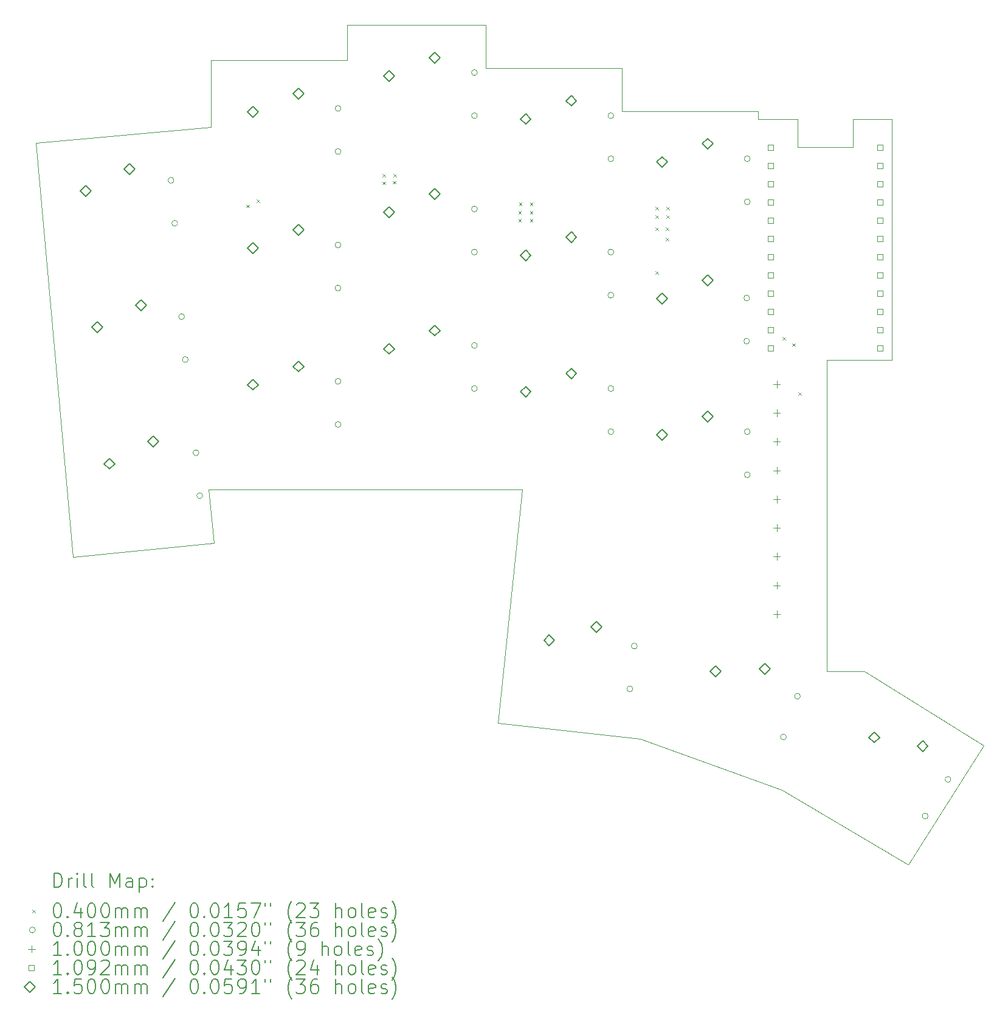
<source format=gbr>
%TF.GenerationSoftware,KiCad,Pcbnew,7.0.7*%
%TF.CreationDate,2023-11-26T11:13:58-07:00*%
%TF.ProjectId,TypeStationX,54797065-5374-4617-9469-6f6e582e6b69,rev?*%
%TF.SameCoordinates,Original*%
%TF.FileFunction,Drillmap*%
%TF.FilePolarity,Positive*%
%FSLAX45Y45*%
G04 Gerber Fmt 4.5, Leading zero omitted, Abs format (unit mm)*
G04 Created by KiCad (PCBNEW 7.0.7) date 2023-11-26 11:13:58*
%MOMM*%
%LPD*%
G01*
G04 APERTURE LIST*
%ADD10C,0.100000*%
%ADD11C,0.200000*%
%ADD12C,0.040000*%
%ADD13C,0.081280*%
%ADD14C,0.109220*%
%ADD15C,0.150000*%
G04 APERTURE END LIST*
D10*
X8150000Y-4800000D02*
X9045000Y-4800000D01*
X11900000Y-13200000D02*
X12425000Y-13200000D01*
X11270000Y-14850000D02*
X9300000Y-14140000D01*
X1400000Y-11610000D02*
X880000Y-5840000D01*
X11900000Y-9040000D02*
X11900000Y-13200000D01*
X12425000Y-13200000D02*
X14080000Y-14230000D01*
X7145000Y-4195000D02*
X7145000Y-4800000D01*
X3290000Y-10670000D02*
X5680000Y-10670000D01*
X12260000Y-5900000D02*
X12260000Y-5510000D01*
X11495000Y-5900000D02*
X12260000Y-5900000D01*
X3360000Y-11410000D02*
X3290000Y-10670000D01*
X10945000Y-5400000D02*
X10945000Y-5510000D01*
X3320000Y-5620000D02*
X3320000Y-4690000D01*
X9045000Y-4800000D02*
X9045000Y-5400000D01*
X12805000Y-8860000D02*
X11900000Y-8860000D01*
X5680000Y-10670000D02*
X7660000Y-10670000D01*
X1400000Y-11610000D02*
X3360000Y-11410000D01*
X10945000Y-5510000D02*
X11495000Y-5510000D01*
X13030000Y-15890000D02*
X14080000Y-14230000D01*
X5220000Y-4195000D02*
X7145000Y-4195000D01*
X3320000Y-4690000D02*
X5220000Y-4690000D01*
X9300000Y-14140000D02*
X7320000Y-13920000D01*
X12805000Y-5510000D02*
X12805000Y-8860000D01*
X13030000Y-15890000D02*
X11270000Y-14850000D01*
X11900000Y-8860000D02*
X11900000Y-9040000D01*
X880000Y-5840000D02*
X3320000Y-5620000D01*
X7145000Y-4800000D02*
X8150000Y-4800000D01*
X7320000Y-13920000D02*
X7660000Y-10670000D01*
X5220000Y-4690000D02*
X5220000Y-4195000D01*
X12260000Y-5510000D02*
X12805000Y-5510000D01*
X11495000Y-5510000D02*
X11495000Y-5900000D01*
X9045000Y-5400000D02*
X10945000Y-5400000D01*
D11*
D12*
X3811288Y-6699908D02*
X3851288Y-6739908D01*
X3851288Y-6699908D02*
X3811288Y-6739908D01*
X3956188Y-6629908D02*
X3996188Y-6669908D01*
X3996188Y-6629908D02*
X3956188Y-6669908D01*
X5711288Y-6269908D02*
X5751288Y-6309908D01*
X5751288Y-6269908D02*
X5711288Y-6309908D01*
X5711288Y-6379908D02*
X5751288Y-6419908D01*
X5751288Y-6379908D02*
X5711288Y-6419908D01*
X5856188Y-6369908D02*
X5896188Y-6409908D01*
X5896188Y-6369908D02*
X5856188Y-6409908D01*
X5862323Y-6269908D02*
X5902323Y-6309908D01*
X5902323Y-6269908D02*
X5862323Y-6309908D01*
X7602323Y-6789908D02*
X7642323Y-6829908D01*
X7642323Y-6789908D02*
X7602323Y-6829908D01*
X7602323Y-6899908D02*
X7642323Y-6939908D01*
X7642323Y-6899908D02*
X7602323Y-6939908D01*
X7611288Y-6669908D02*
X7651288Y-6709908D01*
X7651288Y-6669908D02*
X7611288Y-6709908D01*
X7762323Y-6669908D02*
X7802323Y-6709908D01*
X7802323Y-6669908D02*
X7762323Y-6709908D01*
X7762323Y-6789908D02*
X7802323Y-6829908D01*
X7802323Y-6789908D02*
X7762323Y-6829908D01*
X7762323Y-6899908D02*
X7802323Y-6939908D01*
X7802323Y-6899908D02*
X7762323Y-6939908D01*
X9511288Y-6729908D02*
X9551288Y-6769908D01*
X9551288Y-6729908D02*
X9511288Y-6769908D01*
X9511288Y-6849908D02*
X9551288Y-6889908D01*
X9551288Y-6849908D02*
X9511288Y-6889908D01*
X9511288Y-7019908D02*
X9551288Y-7059908D01*
X9551288Y-7019908D02*
X9511288Y-7059908D01*
X9511288Y-7629908D02*
X9551288Y-7669908D01*
X9551288Y-7629908D02*
X9511288Y-7669908D01*
X9656188Y-7019908D02*
X9696188Y-7059908D01*
X9696188Y-7019908D02*
X9656188Y-7059908D01*
X9656188Y-7159908D02*
X9696188Y-7199908D01*
X9696188Y-7159908D02*
X9656188Y-7199908D01*
X9662323Y-6729908D02*
X9702323Y-6769908D01*
X9702323Y-6729908D02*
X9662323Y-6769908D01*
X9662323Y-6849908D02*
X9702323Y-6889908D01*
X9702323Y-6849908D02*
X9662323Y-6889908D01*
X11282323Y-8539908D02*
X11322323Y-8579908D01*
X11322323Y-8539908D02*
X11282323Y-8579908D01*
X11414142Y-8631728D02*
X11454142Y-8671728D01*
X11454142Y-8631728D02*
X11414142Y-8671728D01*
X11502323Y-9309908D02*
X11542323Y-9349908D01*
X11542323Y-9309908D02*
X11502323Y-9349908D01*
D13*
X2804493Y-6361142D02*
G75*
G03*
X2804493Y-6361142I-40640J0D01*
G01*
X2856787Y-6958858D02*
G75*
G03*
X2856787Y-6958858I-40640J0D01*
G01*
X2952789Y-8258915D02*
G75*
G03*
X2952789Y-8258915I-40640J0D01*
G01*
X3005082Y-8856632D02*
G75*
G03*
X3005082Y-8856632I-40640J0D01*
G01*
X3152423Y-10154727D02*
G75*
G03*
X3152423Y-10154727I-40640J0D01*
G01*
X3204716Y-10752444D02*
G75*
G03*
X3204716Y-10752444I-40640J0D01*
G01*
X5130640Y-5360000D02*
G75*
G03*
X5130640Y-5360000I-40640J0D01*
G01*
X5130640Y-5960000D02*
G75*
G03*
X5130640Y-5960000I-40640J0D01*
G01*
X5130640Y-7260363D02*
G75*
G03*
X5130640Y-7260363I-40640J0D01*
G01*
X5130640Y-7860363D02*
G75*
G03*
X5130640Y-7860363I-40640J0D01*
G01*
X5130640Y-9160000D02*
G75*
G03*
X5130640Y-9160000I-40640J0D01*
G01*
X5130640Y-9760000D02*
G75*
G03*
X5130640Y-9760000I-40640J0D01*
G01*
X7030640Y-4860363D02*
G75*
G03*
X7030640Y-4860363I-40640J0D01*
G01*
X7030640Y-5460363D02*
G75*
G03*
X7030640Y-5460363I-40640J0D01*
G01*
X7030640Y-6760363D02*
G75*
G03*
X7030640Y-6760363I-40640J0D01*
G01*
X7030640Y-7360363D02*
G75*
G03*
X7030640Y-7360363I-40640J0D01*
G01*
X7030640Y-8660363D02*
G75*
G03*
X7030640Y-8660363I-40640J0D01*
G01*
X7030640Y-9260363D02*
G75*
G03*
X7030640Y-9260363I-40640J0D01*
G01*
X8930640Y-5460363D02*
G75*
G03*
X8930640Y-5460363I-40640J0D01*
G01*
X8930640Y-6060363D02*
G75*
G03*
X8930640Y-6060363I-40640J0D01*
G01*
X8930640Y-7360363D02*
G75*
G03*
X8930640Y-7360363I-40640J0D01*
G01*
X8930640Y-7960363D02*
G75*
G03*
X8930640Y-7960363I-40640J0D01*
G01*
X8930640Y-9260363D02*
G75*
G03*
X8930640Y-9260363I-40640J0D01*
G01*
X8930640Y-9860363D02*
G75*
G03*
X8930640Y-9860363I-40640J0D01*
G01*
X9194646Y-13441763D02*
G75*
G03*
X9194646Y-13441763I-40640J0D01*
G01*
X9257363Y-12845050D02*
G75*
G03*
X9257363Y-12845050I-40640J0D01*
G01*
X10822963Y-7999908D02*
G75*
G03*
X10822963Y-7999908I-40640J0D01*
G01*
X10822963Y-8599908D02*
G75*
G03*
X10822963Y-8599908I-40640J0D01*
G01*
X10830640Y-6060000D02*
G75*
G03*
X10830640Y-6060000I-40640J0D01*
G01*
X10830640Y-6660000D02*
G75*
G03*
X10830640Y-6660000I-40640J0D01*
G01*
X10830640Y-9860363D02*
G75*
G03*
X10830640Y-9860363I-40640J0D01*
G01*
X10830640Y-10460363D02*
G75*
G03*
X10830640Y-10460363I-40640J0D01*
G01*
X11334067Y-14111186D02*
G75*
G03*
X11334067Y-14111186I-40640J0D01*
G01*
X11529408Y-13543874D02*
G75*
G03*
X11529408Y-13543874I-40640J0D01*
G01*
X13307700Y-15211854D02*
G75*
G03*
X13307700Y-15211854I-40640J0D01*
G01*
X13625652Y-14703025D02*
G75*
G03*
X13625652Y-14703025I-40640J0D01*
G01*
D10*
X11200000Y-9150000D02*
X11200000Y-9250000D01*
X11150000Y-9200000D02*
X11250000Y-9200000D01*
X11200000Y-9550000D02*
X11200000Y-9650000D01*
X11150000Y-9600000D02*
X11250000Y-9600000D01*
X11200000Y-9950000D02*
X11200000Y-10050000D01*
X11150000Y-10000000D02*
X11250000Y-10000000D01*
X11200000Y-10350000D02*
X11200000Y-10450000D01*
X11150000Y-10400000D02*
X11250000Y-10400000D01*
X11200000Y-10750000D02*
X11200000Y-10850000D01*
X11150000Y-10800000D02*
X11250000Y-10800000D01*
X11200000Y-11150000D02*
X11200000Y-11250000D01*
X11150000Y-11200000D02*
X11250000Y-11200000D01*
X11200000Y-11550000D02*
X11200000Y-11650000D01*
X11150000Y-11600000D02*
X11250000Y-11600000D01*
X11200000Y-11950000D02*
X11200000Y-12050000D01*
X11150000Y-12000000D02*
X11250000Y-12000000D01*
X11200000Y-12350000D02*
X11200000Y-12450000D01*
X11150000Y-12400000D02*
X11250000Y-12400000D01*
D14*
X11156616Y-5941615D02*
X11156616Y-5864384D01*
X11079385Y-5864384D01*
X11079385Y-5941615D01*
X11156616Y-5941615D01*
X11156616Y-6195615D02*
X11156616Y-6118384D01*
X11079385Y-6118384D01*
X11079385Y-6195615D01*
X11156616Y-6195615D01*
X11156616Y-6449615D02*
X11156616Y-6372384D01*
X11079385Y-6372384D01*
X11079385Y-6449615D01*
X11156616Y-6449615D01*
X11156616Y-6703615D02*
X11156616Y-6626384D01*
X11079385Y-6626384D01*
X11079385Y-6703615D01*
X11156616Y-6703615D01*
X11156616Y-6957615D02*
X11156616Y-6880384D01*
X11079385Y-6880384D01*
X11079385Y-6957615D01*
X11156616Y-6957615D01*
X11156616Y-7211615D02*
X11156616Y-7134384D01*
X11079385Y-7134384D01*
X11079385Y-7211615D01*
X11156616Y-7211615D01*
X11156616Y-7465615D02*
X11156616Y-7388384D01*
X11079385Y-7388384D01*
X11079385Y-7465615D01*
X11156616Y-7465615D01*
X11156616Y-7719615D02*
X11156616Y-7642384D01*
X11079385Y-7642384D01*
X11079385Y-7719615D01*
X11156616Y-7719615D01*
X11156616Y-7973615D02*
X11156616Y-7896384D01*
X11079385Y-7896384D01*
X11079385Y-7973615D01*
X11156616Y-7973615D01*
X11156616Y-8227615D02*
X11156616Y-8150384D01*
X11079385Y-8150384D01*
X11079385Y-8227615D01*
X11156616Y-8227615D01*
X11156616Y-8481616D02*
X11156616Y-8404385D01*
X11079385Y-8404385D01*
X11079385Y-8481616D01*
X11156616Y-8481616D01*
X11156616Y-8735616D02*
X11156616Y-8658385D01*
X11079385Y-8658385D01*
X11079385Y-8735616D01*
X11156616Y-8735616D01*
X12680615Y-5941615D02*
X12680615Y-5864384D01*
X12603384Y-5864384D01*
X12603384Y-5941615D01*
X12680615Y-5941615D01*
X12680615Y-6195615D02*
X12680615Y-6118384D01*
X12603384Y-6118384D01*
X12603384Y-6195615D01*
X12680615Y-6195615D01*
X12680615Y-6449615D02*
X12680615Y-6372384D01*
X12603384Y-6372384D01*
X12603384Y-6449615D01*
X12680615Y-6449615D01*
X12680615Y-6703615D02*
X12680615Y-6626384D01*
X12603384Y-6626384D01*
X12603384Y-6703615D01*
X12680615Y-6703615D01*
X12680615Y-6957615D02*
X12680615Y-6880384D01*
X12603384Y-6880384D01*
X12603384Y-6957615D01*
X12680615Y-6957615D01*
X12680615Y-7211615D02*
X12680615Y-7134384D01*
X12603384Y-7134384D01*
X12603384Y-7211615D01*
X12680615Y-7211615D01*
X12680615Y-7465615D02*
X12680615Y-7388384D01*
X12603384Y-7388384D01*
X12603384Y-7465615D01*
X12680615Y-7465615D01*
X12680615Y-7719615D02*
X12680615Y-7642384D01*
X12603384Y-7642384D01*
X12603384Y-7719615D01*
X12680615Y-7719615D01*
X12680615Y-7973615D02*
X12680615Y-7896384D01*
X12603384Y-7896384D01*
X12603384Y-7973615D01*
X12680615Y-7973615D01*
X12680615Y-8227615D02*
X12680615Y-8150384D01*
X12603384Y-8150384D01*
X12603384Y-8227615D01*
X12680615Y-8227615D01*
X12680615Y-8481616D02*
X12680615Y-8404385D01*
X12603384Y-8404385D01*
X12603384Y-8481616D01*
X12680615Y-8481616D01*
X12680615Y-8735616D02*
X12680615Y-8658385D01*
X12603384Y-8658385D01*
X12603384Y-8735616D01*
X12680615Y-8735616D01*
D15*
X1575702Y-6585714D02*
X1650702Y-6510714D01*
X1575702Y-6435714D01*
X1500702Y-6510714D01*
X1575702Y-6585714D01*
X1739429Y-8482691D02*
X1814429Y-8407691D01*
X1739429Y-8332691D01*
X1664429Y-8407691D01*
X1739429Y-8482691D01*
X1904292Y-10381545D02*
X1979292Y-10306545D01*
X1904292Y-10231545D01*
X1829292Y-10306545D01*
X1904292Y-10381545D01*
X2186148Y-6277337D02*
X2261148Y-6202337D01*
X2186148Y-6127337D01*
X2111148Y-6202337D01*
X2186148Y-6277337D01*
X2349875Y-8174313D02*
X2424875Y-8099313D01*
X2349875Y-8024313D01*
X2274875Y-8099313D01*
X2349875Y-8174313D01*
X2514738Y-10073167D02*
X2589738Y-9998167D01*
X2514738Y-9923167D01*
X2439738Y-9998167D01*
X2514738Y-10073167D01*
X3903738Y-5481363D02*
X3978738Y-5406363D01*
X3903738Y-5331363D01*
X3828738Y-5406363D01*
X3903738Y-5481363D01*
X3903738Y-7381363D02*
X3978738Y-7306363D01*
X3903738Y-7231363D01*
X3828738Y-7306363D01*
X3903738Y-7381363D01*
X3903738Y-9281363D02*
X3978738Y-9206363D01*
X3903738Y-9131363D01*
X3828738Y-9206363D01*
X3903738Y-9281363D01*
X4538738Y-5227363D02*
X4613738Y-5152363D01*
X4538738Y-5077363D01*
X4463738Y-5152363D01*
X4538738Y-5227363D01*
X4538738Y-7127363D02*
X4613738Y-7052363D01*
X4538738Y-6977363D01*
X4463738Y-7052363D01*
X4538738Y-7127363D01*
X4538738Y-9027363D02*
X4613738Y-8952363D01*
X4538738Y-8877363D01*
X4463738Y-8952363D01*
X4538738Y-9027363D01*
X5803738Y-4981363D02*
X5878738Y-4906363D01*
X5803738Y-4831363D01*
X5728738Y-4906363D01*
X5803738Y-4981363D01*
X5803738Y-6881363D02*
X5878738Y-6806363D01*
X5803738Y-6731363D01*
X5728738Y-6806363D01*
X5803738Y-6881363D01*
X5803738Y-8781363D02*
X5878738Y-8706363D01*
X5803738Y-8631363D01*
X5728738Y-8706363D01*
X5803738Y-8781363D01*
X6438738Y-4727363D02*
X6513738Y-4652363D01*
X6438738Y-4577363D01*
X6363738Y-4652363D01*
X6438738Y-4727363D01*
X6438738Y-6627363D02*
X6513738Y-6552363D01*
X6438738Y-6477363D01*
X6363738Y-6552363D01*
X6438738Y-6627363D01*
X6438738Y-8527363D02*
X6513738Y-8452363D01*
X6438738Y-8377363D01*
X6363738Y-8452363D01*
X6438738Y-8527363D01*
X7703738Y-5581363D02*
X7778738Y-5506363D01*
X7703738Y-5431363D01*
X7628738Y-5506363D01*
X7703738Y-5581363D01*
X7703738Y-7481363D02*
X7778738Y-7406363D01*
X7703738Y-7331363D01*
X7628738Y-7406363D01*
X7703738Y-7481363D01*
X7703738Y-9381363D02*
X7778738Y-9306363D01*
X7703738Y-9231363D01*
X7628738Y-9306363D01*
X7703738Y-9381363D01*
X8031870Y-12841770D02*
X8106870Y-12766770D01*
X8031870Y-12691770D01*
X7956870Y-12766770D01*
X8031870Y-12841770D01*
X8338738Y-5327363D02*
X8413738Y-5252363D01*
X8338738Y-5177363D01*
X8263738Y-5252363D01*
X8338738Y-5327363D01*
X8338738Y-7227363D02*
X8413738Y-7152363D01*
X8338738Y-7077363D01*
X8263738Y-7152363D01*
X8338738Y-7227363D01*
X8338738Y-9127363D02*
X8413738Y-9052363D01*
X8338738Y-8977363D01*
X8263738Y-9052363D01*
X8338738Y-9127363D01*
X8689942Y-12655537D02*
X8764942Y-12580537D01*
X8689942Y-12505537D01*
X8614942Y-12580537D01*
X8689942Y-12655537D01*
X9603738Y-6181363D02*
X9678738Y-6106363D01*
X9603738Y-6031363D01*
X9528738Y-6106363D01*
X9603738Y-6181363D01*
X9603738Y-8081363D02*
X9678738Y-8006363D01*
X9603738Y-7931363D01*
X9528738Y-8006363D01*
X9603738Y-8081363D01*
X9603738Y-9981363D02*
X9678738Y-9906363D01*
X9603738Y-9831363D01*
X9528738Y-9906363D01*
X9603738Y-9981363D01*
X10238738Y-5927363D02*
X10313738Y-5852363D01*
X10238738Y-5777363D01*
X10163738Y-5852363D01*
X10238738Y-5927363D01*
X10238738Y-7827363D02*
X10313738Y-7752363D01*
X10238738Y-7677363D01*
X10163738Y-7752363D01*
X10238738Y-7827363D01*
X10238738Y-9727363D02*
X10313738Y-9652363D01*
X10238738Y-9577363D01*
X10163738Y-9652363D01*
X10238738Y-9727363D01*
X10348547Y-13274915D02*
X10423547Y-13199915D01*
X10348547Y-13124915D01*
X10273547Y-13199915D01*
X10348547Y-13274915D01*
X11031646Y-13241489D02*
X11106646Y-13166489D01*
X11031646Y-13091489D01*
X10956646Y-13166489D01*
X11031646Y-13241489D01*
X12559091Y-14191200D02*
X12634091Y-14116200D01*
X12559091Y-14041200D01*
X12484091Y-14116200D01*
X12559091Y-14191200D01*
X13232201Y-14312295D02*
X13307201Y-14237295D01*
X13232201Y-14162295D01*
X13157201Y-14237295D01*
X13232201Y-14312295D01*
D11*
X1135777Y-16206484D02*
X1135777Y-16006484D01*
X1135777Y-16006484D02*
X1183396Y-16006484D01*
X1183396Y-16006484D02*
X1211967Y-16016008D01*
X1211967Y-16016008D02*
X1231015Y-16035055D01*
X1231015Y-16035055D02*
X1240539Y-16054103D01*
X1240539Y-16054103D02*
X1250063Y-16092198D01*
X1250063Y-16092198D02*
X1250063Y-16120769D01*
X1250063Y-16120769D02*
X1240539Y-16158865D01*
X1240539Y-16158865D02*
X1231015Y-16177912D01*
X1231015Y-16177912D02*
X1211967Y-16196960D01*
X1211967Y-16196960D02*
X1183396Y-16206484D01*
X1183396Y-16206484D02*
X1135777Y-16206484D01*
X1335777Y-16206484D02*
X1335777Y-16073150D01*
X1335777Y-16111246D02*
X1345301Y-16092198D01*
X1345301Y-16092198D02*
X1354824Y-16082674D01*
X1354824Y-16082674D02*
X1373872Y-16073150D01*
X1373872Y-16073150D02*
X1392920Y-16073150D01*
X1459586Y-16206484D02*
X1459586Y-16073150D01*
X1459586Y-16006484D02*
X1450062Y-16016008D01*
X1450062Y-16016008D02*
X1459586Y-16025531D01*
X1459586Y-16025531D02*
X1469110Y-16016008D01*
X1469110Y-16016008D02*
X1459586Y-16006484D01*
X1459586Y-16006484D02*
X1459586Y-16025531D01*
X1583396Y-16206484D02*
X1564348Y-16196960D01*
X1564348Y-16196960D02*
X1554824Y-16177912D01*
X1554824Y-16177912D02*
X1554824Y-16006484D01*
X1688158Y-16206484D02*
X1669110Y-16196960D01*
X1669110Y-16196960D02*
X1659586Y-16177912D01*
X1659586Y-16177912D02*
X1659586Y-16006484D01*
X1916729Y-16206484D02*
X1916729Y-16006484D01*
X1916729Y-16006484D02*
X1983396Y-16149341D01*
X1983396Y-16149341D02*
X2050062Y-16006484D01*
X2050062Y-16006484D02*
X2050062Y-16206484D01*
X2231015Y-16206484D02*
X2231015Y-16101722D01*
X2231015Y-16101722D02*
X2221491Y-16082674D01*
X2221491Y-16082674D02*
X2202444Y-16073150D01*
X2202444Y-16073150D02*
X2164348Y-16073150D01*
X2164348Y-16073150D02*
X2145301Y-16082674D01*
X2231015Y-16196960D02*
X2211967Y-16206484D01*
X2211967Y-16206484D02*
X2164348Y-16206484D01*
X2164348Y-16206484D02*
X2145301Y-16196960D01*
X2145301Y-16196960D02*
X2135777Y-16177912D01*
X2135777Y-16177912D02*
X2135777Y-16158865D01*
X2135777Y-16158865D02*
X2145301Y-16139817D01*
X2145301Y-16139817D02*
X2164348Y-16130293D01*
X2164348Y-16130293D02*
X2211967Y-16130293D01*
X2211967Y-16130293D02*
X2231015Y-16120769D01*
X2326253Y-16073150D02*
X2326253Y-16273150D01*
X2326253Y-16082674D02*
X2345301Y-16073150D01*
X2345301Y-16073150D02*
X2383396Y-16073150D01*
X2383396Y-16073150D02*
X2402444Y-16082674D01*
X2402444Y-16082674D02*
X2411967Y-16092198D01*
X2411967Y-16092198D02*
X2421491Y-16111246D01*
X2421491Y-16111246D02*
X2421491Y-16168388D01*
X2421491Y-16168388D02*
X2411967Y-16187436D01*
X2411967Y-16187436D02*
X2402444Y-16196960D01*
X2402444Y-16196960D02*
X2383396Y-16206484D01*
X2383396Y-16206484D02*
X2345301Y-16206484D01*
X2345301Y-16206484D02*
X2326253Y-16196960D01*
X2507205Y-16187436D02*
X2516729Y-16196960D01*
X2516729Y-16196960D02*
X2507205Y-16206484D01*
X2507205Y-16206484D02*
X2497682Y-16196960D01*
X2497682Y-16196960D02*
X2507205Y-16187436D01*
X2507205Y-16187436D02*
X2507205Y-16206484D01*
X2507205Y-16082674D02*
X2516729Y-16092198D01*
X2516729Y-16092198D02*
X2507205Y-16101722D01*
X2507205Y-16101722D02*
X2497682Y-16092198D01*
X2497682Y-16092198D02*
X2507205Y-16082674D01*
X2507205Y-16082674D02*
X2507205Y-16101722D01*
D12*
X835000Y-16515000D02*
X875000Y-16555000D01*
X875000Y-16515000D02*
X835000Y-16555000D01*
D11*
X1173872Y-16426484D02*
X1192920Y-16426484D01*
X1192920Y-16426484D02*
X1211967Y-16436008D01*
X1211967Y-16436008D02*
X1221491Y-16445531D01*
X1221491Y-16445531D02*
X1231015Y-16464579D01*
X1231015Y-16464579D02*
X1240539Y-16502674D01*
X1240539Y-16502674D02*
X1240539Y-16550293D01*
X1240539Y-16550293D02*
X1231015Y-16588388D01*
X1231015Y-16588388D02*
X1221491Y-16607436D01*
X1221491Y-16607436D02*
X1211967Y-16616960D01*
X1211967Y-16616960D02*
X1192920Y-16626484D01*
X1192920Y-16626484D02*
X1173872Y-16626484D01*
X1173872Y-16626484D02*
X1154824Y-16616960D01*
X1154824Y-16616960D02*
X1145301Y-16607436D01*
X1145301Y-16607436D02*
X1135777Y-16588388D01*
X1135777Y-16588388D02*
X1126253Y-16550293D01*
X1126253Y-16550293D02*
X1126253Y-16502674D01*
X1126253Y-16502674D02*
X1135777Y-16464579D01*
X1135777Y-16464579D02*
X1145301Y-16445531D01*
X1145301Y-16445531D02*
X1154824Y-16436008D01*
X1154824Y-16436008D02*
X1173872Y-16426484D01*
X1326253Y-16607436D02*
X1335777Y-16616960D01*
X1335777Y-16616960D02*
X1326253Y-16626484D01*
X1326253Y-16626484D02*
X1316729Y-16616960D01*
X1316729Y-16616960D02*
X1326253Y-16607436D01*
X1326253Y-16607436D02*
X1326253Y-16626484D01*
X1507205Y-16493150D02*
X1507205Y-16626484D01*
X1459586Y-16416960D02*
X1411967Y-16559817D01*
X1411967Y-16559817D02*
X1535777Y-16559817D01*
X1650062Y-16426484D02*
X1669110Y-16426484D01*
X1669110Y-16426484D02*
X1688158Y-16436008D01*
X1688158Y-16436008D02*
X1697682Y-16445531D01*
X1697682Y-16445531D02*
X1707205Y-16464579D01*
X1707205Y-16464579D02*
X1716729Y-16502674D01*
X1716729Y-16502674D02*
X1716729Y-16550293D01*
X1716729Y-16550293D02*
X1707205Y-16588388D01*
X1707205Y-16588388D02*
X1697682Y-16607436D01*
X1697682Y-16607436D02*
X1688158Y-16616960D01*
X1688158Y-16616960D02*
X1669110Y-16626484D01*
X1669110Y-16626484D02*
X1650062Y-16626484D01*
X1650062Y-16626484D02*
X1631015Y-16616960D01*
X1631015Y-16616960D02*
X1621491Y-16607436D01*
X1621491Y-16607436D02*
X1611967Y-16588388D01*
X1611967Y-16588388D02*
X1602443Y-16550293D01*
X1602443Y-16550293D02*
X1602443Y-16502674D01*
X1602443Y-16502674D02*
X1611967Y-16464579D01*
X1611967Y-16464579D02*
X1621491Y-16445531D01*
X1621491Y-16445531D02*
X1631015Y-16436008D01*
X1631015Y-16436008D02*
X1650062Y-16426484D01*
X1840539Y-16426484D02*
X1859586Y-16426484D01*
X1859586Y-16426484D02*
X1878634Y-16436008D01*
X1878634Y-16436008D02*
X1888158Y-16445531D01*
X1888158Y-16445531D02*
X1897682Y-16464579D01*
X1897682Y-16464579D02*
X1907205Y-16502674D01*
X1907205Y-16502674D02*
X1907205Y-16550293D01*
X1907205Y-16550293D02*
X1897682Y-16588388D01*
X1897682Y-16588388D02*
X1888158Y-16607436D01*
X1888158Y-16607436D02*
X1878634Y-16616960D01*
X1878634Y-16616960D02*
X1859586Y-16626484D01*
X1859586Y-16626484D02*
X1840539Y-16626484D01*
X1840539Y-16626484D02*
X1821491Y-16616960D01*
X1821491Y-16616960D02*
X1811967Y-16607436D01*
X1811967Y-16607436D02*
X1802443Y-16588388D01*
X1802443Y-16588388D02*
X1792920Y-16550293D01*
X1792920Y-16550293D02*
X1792920Y-16502674D01*
X1792920Y-16502674D02*
X1802443Y-16464579D01*
X1802443Y-16464579D02*
X1811967Y-16445531D01*
X1811967Y-16445531D02*
X1821491Y-16436008D01*
X1821491Y-16436008D02*
X1840539Y-16426484D01*
X1992920Y-16626484D02*
X1992920Y-16493150D01*
X1992920Y-16512198D02*
X2002443Y-16502674D01*
X2002443Y-16502674D02*
X2021491Y-16493150D01*
X2021491Y-16493150D02*
X2050063Y-16493150D01*
X2050063Y-16493150D02*
X2069110Y-16502674D01*
X2069110Y-16502674D02*
X2078634Y-16521722D01*
X2078634Y-16521722D02*
X2078634Y-16626484D01*
X2078634Y-16521722D02*
X2088158Y-16502674D01*
X2088158Y-16502674D02*
X2107205Y-16493150D01*
X2107205Y-16493150D02*
X2135777Y-16493150D01*
X2135777Y-16493150D02*
X2154825Y-16502674D01*
X2154825Y-16502674D02*
X2164348Y-16521722D01*
X2164348Y-16521722D02*
X2164348Y-16626484D01*
X2259586Y-16626484D02*
X2259586Y-16493150D01*
X2259586Y-16512198D02*
X2269110Y-16502674D01*
X2269110Y-16502674D02*
X2288158Y-16493150D01*
X2288158Y-16493150D02*
X2316729Y-16493150D01*
X2316729Y-16493150D02*
X2335777Y-16502674D01*
X2335777Y-16502674D02*
X2345301Y-16521722D01*
X2345301Y-16521722D02*
X2345301Y-16626484D01*
X2345301Y-16521722D02*
X2354825Y-16502674D01*
X2354825Y-16502674D02*
X2373872Y-16493150D01*
X2373872Y-16493150D02*
X2402444Y-16493150D01*
X2402444Y-16493150D02*
X2421491Y-16502674D01*
X2421491Y-16502674D02*
X2431015Y-16521722D01*
X2431015Y-16521722D02*
X2431015Y-16626484D01*
X2821491Y-16416960D02*
X2650063Y-16674103D01*
X3078634Y-16426484D02*
X3097682Y-16426484D01*
X3097682Y-16426484D02*
X3116729Y-16436008D01*
X3116729Y-16436008D02*
X3126253Y-16445531D01*
X3126253Y-16445531D02*
X3135777Y-16464579D01*
X3135777Y-16464579D02*
X3145301Y-16502674D01*
X3145301Y-16502674D02*
X3145301Y-16550293D01*
X3145301Y-16550293D02*
X3135777Y-16588388D01*
X3135777Y-16588388D02*
X3126253Y-16607436D01*
X3126253Y-16607436D02*
X3116729Y-16616960D01*
X3116729Y-16616960D02*
X3097682Y-16626484D01*
X3097682Y-16626484D02*
X3078634Y-16626484D01*
X3078634Y-16626484D02*
X3059586Y-16616960D01*
X3059586Y-16616960D02*
X3050063Y-16607436D01*
X3050063Y-16607436D02*
X3040539Y-16588388D01*
X3040539Y-16588388D02*
X3031015Y-16550293D01*
X3031015Y-16550293D02*
X3031015Y-16502674D01*
X3031015Y-16502674D02*
X3040539Y-16464579D01*
X3040539Y-16464579D02*
X3050063Y-16445531D01*
X3050063Y-16445531D02*
X3059586Y-16436008D01*
X3059586Y-16436008D02*
X3078634Y-16426484D01*
X3231015Y-16607436D02*
X3240539Y-16616960D01*
X3240539Y-16616960D02*
X3231015Y-16626484D01*
X3231015Y-16626484D02*
X3221491Y-16616960D01*
X3221491Y-16616960D02*
X3231015Y-16607436D01*
X3231015Y-16607436D02*
X3231015Y-16626484D01*
X3364348Y-16426484D02*
X3383396Y-16426484D01*
X3383396Y-16426484D02*
X3402444Y-16436008D01*
X3402444Y-16436008D02*
X3411967Y-16445531D01*
X3411967Y-16445531D02*
X3421491Y-16464579D01*
X3421491Y-16464579D02*
X3431015Y-16502674D01*
X3431015Y-16502674D02*
X3431015Y-16550293D01*
X3431015Y-16550293D02*
X3421491Y-16588388D01*
X3421491Y-16588388D02*
X3411967Y-16607436D01*
X3411967Y-16607436D02*
X3402444Y-16616960D01*
X3402444Y-16616960D02*
X3383396Y-16626484D01*
X3383396Y-16626484D02*
X3364348Y-16626484D01*
X3364348Y-16626484D02*
X3345301Y-16616960D01*
X3345301Y-16616960D02*
X3335777Y-16607436D01*
X3335777Y-16607436D02*
X3326253Y-16588388D01*
X3326253Y-16588388D02*
X3316729Y-16550293D01*
X3316729Y-16550293D02*
X3316729Y-16502674D01*
X3316729Y-16502674D02*
X3326253Y-16464579D01*
X3326253Y-16464579D02*
X3335777Y-16445531D01*
X3335777Y-16445531D02*
X3345301Y-16436008D01*
X3345301Y-16436008D02*
X3364348Y-16426484D01*
X3621491Y-16626484D02*
X3507206Y-16626484D01*
X3564348Y-16626484D02*
X3564348Y-16426484D01*
X3564348Y-16426484D02*
X3545301Y-16455055D01*
X3545301Y-16455055D02*
X3526253Y-16474103D01*
X3526253Y-16474103D02*
X3507206Y-16483627D01*
X3802444Y-16426484D02*
X3707206Y-16426484D01*
X3707206Y-16426484D02*
X3697682Y-16521722D01*
X3697682Y-16521722D02*
X3707206Y-16512198D01*
X3707206Y-16512198D02*
X3726253Y-16502674D01*
X3726253Y-16502674D02*
X3773872Y-16502674D01*
X3773872Y-16502674D02*
X3792920Y-16512198D01*
X3792920Y-16512198D02*
X3802444Y-16521722D01*
X3802444Y-16521722D02*
X3811967Y-16540769D01*
X3811967Y-16540769D02*
X3811967Y-16588388D01*
X3811967Y-16588388D02*
X3802444Y-16607436D01*
X3802444Y-16607436D02*
X3792920Y-16616960D01*
X3792920Y-16616960D02*
X3773872Y-16626484D01*
X3773872Y-16626484D02*
X3726253Y-16626484D01*
X3726253Y-16626484D02*
X3707206Y-16616960D01*
X3707206Y-16616960D02*
X3697682Y-16607436D01*
X3878634Y-16426484D02*
X4011967Y-16426484D01*
X4011967Y-16426484D02*
X3926253Y-16626484D01*
X4078634Y-16426484D02*
X4078634Y-16464579D01*
X4154825Y-16426484D02*
X4154825Y-16464579D01*
X4450063Y-16702674D02*
X4440539Y-16693150D01*
X4440539Y-16693150D02*
X4421491Y-16664579D01*
X4421491Y-16664579D02*
X4411968Y-16645531D01*
X4411968Y-16645531D02*
X4402444Y-16616960D01*
X4402444Y-16616960D02*
X4392920Y-16569341D01*
X4392920Y-16569341D02*
X4392920Y-16531246D01*
X4392920Y-16531246D02*
X4402444Y-16483627D01*
X4402444Y-16483627D02*
X4411968Y-16455055D01*
X4411968Y-16455055D02*
X4421491Y-16436008D01*
X4421491Y-16436008D02*
X4440539Y-16407436D01*
X4440539Y-16407436D02*
X4450063Y-16397912D01*
X4516730Y-16445531D02*
X4526253Y-16436008D01*
X4526253Y-16436008D02*
X4545301Y-16426484D01*
X4545301Y-16426484D02*
X4592920Y-16426484D01*
X4592920Y-16426484D02*
X4611968Y-16436008D01*
X4611968Y-16436008D02*
X4621491Y-16445531D01*
X4621491Y-16445531D02*
X4631015Y-16464579D01*
X4631015Y-16464579D02*
X4631015Y-16483627D01*
X4631015Y-16483627D02*
X4621491Y-16512198D01*
X4621491Y-16512198D02*
X4507206Y-16626484D01*
X4507206Y-16626484D02*
X4631015Y-16626484D01*
X4697682Y-16426484D02*
X4821491Y-16426484D01*
X4821491Y-16426484D02*
X4754825Y-16502674D01*
X4754825Y-16502674D02*
X4783396Y-16502674D01*
X4783396Y-16502674D02*
X4802444Y-16512198D01*
X4802444Y-16512198D02*
X4811968Y-16521722D01*
X4811968Y-16521722D02*
X4821491Y-16540769D01*
X4821491Y-16540769D02*
X4821491Y-16588388D01*
X4821491Y-16588388D02*
X4811968Y-16607436D01*
X4811968Y-16607436D02*
X4802444Y-16616960D01*
X4802444Y-16616960D02*
X4783396Y-16626484D01*
X4783396Y-16626484D02*
X4726253Y-16626484D01*
X4726253Y-16626484D02*
X4707206Y-16616960D01*
X4707206Y-16616960D02*
X4697682Y-16607436D01*
X5059587Y-16626484D02*
X5059587Y-16426484D01*
X5145301Y-16626484D02*
X5145301Y-16521722D01*
X5145301Y-16521722D02*
X5135777Y-16502674D01*
X5135777Y-16502674D02*
X5116730Y-16493150D01*
X5116730Y-16493150D02*
X5088158Y-16493150D01*
X5088158Y-16493150D02*
X5069111Y-16502674D01*
X5069111Y-16502674D02*
X5059587Y-16512198D01*
X5269111Y-16626484D02*
X5250063Y-16616960D01*
X5250063Y-16616960D02*
X5240539Y-16607436D01*
X5240539Y-16607436D02*
X5231015Y-16588388D01*
X5231015Y-16588388D02*
X5231015Y-16531246D01*
X5231015Y-16531246D02*
X5240539Y-16512198D01*
X5240539Y-16512198D02*
X5250063Y-16502674D01*
X5250063Y-16502674D02*
X5269111Y-16493150D01*
X5269111Y-16493150D02*
X5297682Y-16493150D01*
X5297682Y-16493150D02*
X5316730Y-16502674D01*
X5316730Y-16502674D02*
X5326253Y-16512198D01*
X5326253Y-16512198D02*
X5335777Y-16531246D01*
X5335777Y-16531246D02*
X5335777Y-16588388D01*
X5335777Y-16588388D02*
X5326253Y-16607436D01*
X5326253Y-16607436D02*
X5316730Y-16616960D01*
X5316730Y-16616960D02*
X5297682Y-16626484D01*
X5297682Y-16626484D02*
X5269111Y-16626484D01*
X5450063Y-16626484D02*
X5431015Y-16616960D01*
X5431015Y-16616960D02*
X5421492Y-16597912D01*
X5421492Y-16597912D02*
X5421492Y-16426484D01*
X5602444Y-16616960D02*
X5583396Y-16626484D01*
X5583396Y-16626484D02*
X5545301Y-16626484D01*
X5545301Y-16626484D02*
X5526253Y-16616960D01*
X5526253Y-16616960D02*
X5516730Y-16597912D01*
X5516730Y-16597912D02*
X5516730Y-16521722D01*
X5516730Y-16521722D02*
X5526253Y-16502674D01*
X5526253Y-16502674D02*
X5545301Y-16493150D01*
X5545301Y-16493150D02*
X5583396Y-16493150D01*
X5583396Y-16493150D02*
X5602444Y-16502674D01*
X5602444Y-16502674D02*
X5611968Y-16521722D01*
X5611968Y-16521722D02*
X5611968Y-16540769D01*
X5611968Y-16540769D02*
X5516730Y-16559817D01*
X5688158Y-16616960D02*
X5707206Y-16626484D01*
X5707206Y-16626484D02*
X5745301Y-16626484D01*
X5745301Y-16626484D02*
X5764349Y-16616960D01*
X5764349Y-16616960D02*
X5773872Y-16597912D01*
X5773872Y-16597912D02*
X5773872Y-16588388D01*
X5773872Y-16588388D02*
X5764349Y-16569341D01*
X5764349Y-16569341D02*
X5745301Y-16559817D01*
X5745301Y-16559817D02*
X5716730Y-16559817D01*
X5716730Y-16559817D02*
X5697682Y-16550293D01*
X5697682Y-16550293D02*
X5688158Y-16531246D01*
X5688158Y-16531246D02*
X5688158Y-16521722D01*
X5688158Y-16521722D02*
X5697682Y-16502674D01*
X5697682Y-16502674D02*
X5716730Y-16493150D01*
X5716730Y-16493150D02*
X5745301Y-16493150D01*
X5745301Y-16493150D02*
X5764349Y-16502674D01*
X5840539Y-16702674D02*
X5850063Y-16693150D01*
X5850063Y-16693150D02*
X5869111Y-16664579D01*
X5869111Y-16664579D02*
X5878634Y-16645531D01*
X5878634Y-16645531D02*
X5888158Y-16616960D01*
X5888158Y-16616960D02*
X5897682Y-16569341D01*
X5897682Y-16569341D02*
X5897682Y-16531246D01*
X5897682Y-16531246D02*
X5888158Y-16483627D01*
X5888158Y-16483627D02*
X5878634Y-16455055D01*
X5878634Y-16455055D02*
X5869111Y-16436008D01*
X5869111Y-16436008D02*
X5850063Y-16407436D01*
X5850063Y-16407436D02*
X5840539Y-16397912D01*
D13*
X875000Y-16799000D02*
G75*
G03*
X875000Y-16799000I-40640J0D01*
G01*
D11*
X1173872Y-16690484D02*
X1192920Y-16690484D01*
X1192920Y-16690484D02*
X1211967Y-16700008D01*
X1211967Y-16700008D02*
X1221491Y-16709531D01*
X1221491Y-16709531D02*
X1231015Y-16728579D01*
X1231015Y-16728579D02*
X1240539Y-16766674D01*
X1240539Y-16766674D02*
X1240539Y-16814293D01*
X1240539Y-16814293D02*
X1231015Y-16852389D01*
X1231015Y-16852389D02*
X1221491Y-16871436D01*
X1221491Y-16871436D02*
X1211967Y-16880960D01*
X1211967Y-16880960D02*
X1192920Y-16890484D01*
X1192920Y-16890484D02*
X1173872Y-16890484D01*
X1173872Y-16890484D02*
X1154824Y-16880960D01*
X1154824Y-16880960D02*
X1145301Y-16871436D01*
X1145301Y-16871436D02*
X1135777Y-16852389D01*
X1135777Y-16852389D02*
X1126253Y-16814293D01*
X1126253Y-16814293D02*
X1126253Y-16766674D01*
X1126253Y-16766674D02*
X1135777Y-16728579D01*
X1135777Y-16728579D02*
X1145301Y-16709531D01*
X1145301Y-16709531D02*
X1154824Y-16700008D01*
X1154824Y-16700008D02*
X1173872Y-16690484D01*
X1326253Y-16871436D02*
X1335777Y-16880960D01*
X1335777Y-16880960D02*
X1326253Y-16890484D01*
X1326253Y-16890484D02*
X1316729Y-16880960D01*
X1316729Y-16880960D02*
X1326253Y-16871436D01*
X1326253Y-16871436D02*
X1326253Y-16890484D01*
X1450062Y-16776198D02*
X1431015Y-16766674D01*
X1431015Y-16766674D02*
X1421491Y-16757150D01*
X1421491Y-16757150D02*
X1411967Y-16738103D01*
X1411967Y-16738103D02*
X1411967Y-16728579D01*
X1411967Y-16728579D02*
X1421491Y-16709531D01*
X1421491Y-16709531D02*
X1431015Y-16700008D01*
X1431015Y-16700008D02*
X1450062Y-16690484D01*
X1450062Y-16690484D02*
X1488158Y-16690484D01*
X1488158Y-16690484D02*
X1507205Y-16700008D01*
X1507205Y-16700008D02*
X1516729Y-16709531D01*
X1516729Y-16709531D02*
X1526253Y-16728579D01*
X1526253Y-16728579D02*
X1526253Y-16738103D01*
X1526253Y-16738103D02*
X1516729Y-16757150D01*
X1516729Y-16757150D02*
X1507205Y-16766674D01*
X1507205Y-16766674D02*
X1488158Y-16776198D01*
X1488158Y-16776198D02*
X1450062Y-16776198D01*
X1450062Y-16776198D02*
X1431015Y-16785722D01*
X1431015Y-16785722D02*
X1421491Y-16795246D01*
X1421491Y-16795246D02*
X1411967Y-16814293D01*
X1411967Y-16814293D02*
X1411967Y-16852389D01*
X1411967Y-16852389D02*
X1421491Y-16871436D01*
X1421491Y-16871436D02*
X1431015Y-16880960D01*
X1431015Y-16880960D02*
X1450062Y-16890484D01*
X1450062Y-16890484D02*
X1488158Y-16890484D01*
X1488158Y-16890484D02*
X1507205Y-16880960D01*
X1507205Y-16880960D02*
X1516729Y-16871436D01*
X1516729Y-16871436D02*
X1526253Y-16852389D01*
X1526253Y-16852389D02*
X1526253Y-16814293D01*
X1526253Y-16814293D02*
X1516729Y-16795246D01*
X1516729Y-16795246D02*
X1507205Y-16785722D01*
X1507205Y-16785722D02*
X1488158Y-16776198D01*
X1716729Y-16890484D02*
X1602443Y-16890484D01*
X1659586Y-16890484D02*
X1659586Y-16690484D01*
X1659586Y-16690484D02*
X1640539Y-16719055D01*
X1640539Y-16719055D02*
X1621491Y-16738103D01*
X1621491Y-16738103D02*
X1602443Y-16747627D01*
X1783396Y-16690484D02*
X1907205Y-16690484D01*
X1907205Y-16690484D02*
X1840539Y-16766674D01*
X1840539Y-16766674D02*
X1869110Y-16766674D01*
X1869110Y-16766674D02*
X1888158Y-16776198D01*
X1888158Y-16776198D02*
X1897682Y-16785722D01*
X1897682Y-16785722D02*
X1907205Y-16804770D01*
X1907205Y-16804770D02*
X1907205Y-16852389D01*
X1907205Y-16852389D02*
X1897682Y-16871436D01*
X1897682Y-16871436D02*
X1888158Y-16880960D01*
X1888158Y-16880960D02*
X1869110Y-16890484D01*
X1869110Y-16890484D02*
X1811967Y-16890484D01*
X1811967Y-16890484D02*
X1792920Y-16880960D01*
X1792920Y-16880960D02*
X1783396Y-16871436D01*
X1992920Y-16890484D02*
X1992920Y-16757150D01*
X1992920Y-16776198D02*
X2002443Y-16766674D01*
X2002443Y-16766674D02*
X2021491Y-16757150D01*
X2021491Y-16757150D02*
X2050063Y-16757150D01*
X2050063Y-16757150D02*
X2069110Y-16766674D01*
X2069110Y-16766674D02*
X2078634Y-16785722D01*
X2078634Y-16785722D02*
X2078634Y-16890484D01*
X2078634Y-16785722D02*
X2088158Y-16766674D01*
X2088158Y-16766674D02*
X2107205Y-16757150D01*
X2107205Y-16757150D02*
X2135777Y-16757150D01*
X2135777Y-16757150D02*
X2154825Y-16766674D01*
X2154825Y-16766674D02*
X2164348Y-16785722D01*
X2164348Y-16785722D02*
X2164348Y-16890484D01*
X2259586Y-16890484D02*
X2259586Y-16757150D01*
X2259586Y-16776198D02*
X2269110Y-16766674D01*
X2269110Y-16766674D02*
X2288158Y-16757150D01*
X2288158Y-16757150D02*
X2316729Y-16757150D01*
X2316729Y-16757150D02*
X2335777Y-16766674D01*
X2335777Y-16766674D02*
X2345301Y-16785722D01*
X2345301Y-16785722D02*
X2345301Y-16890484D01*
X2345301Y-16785722D02*
X2354825Y-16766674D01*
X2354825Y-16766674D02*
X2373872Y-16757150D01*
X2373872Y-16757150D02*
X2402444Y-16757150D01*
X2402444Y-16757150D02*
X2421491Y-16766674D01*
X2421491Y-16766674D02*
X2431015Y-16785722D01*
X2431015Y-16785722D02*
X2431015Y-16890484D01*
X2821491Y-16680960D02*
X2650063Y-16938103D01*
X3078634Y-16690484D02*
X3097682Y-16690484D01*
X3097682Y-16690484D02*
X3116729Y-16700008D01*
X3116729Y-16700008D02*
X3126253Y-16709531D01*
X3126253Y-16709531D02*
X3135777Y-16728579D01*
X3135777Y-16728579D02*
X3145301Y-16766674D01*
X3145301Y-16766674D02*
X3145301Y-16814293D01*
X3145301Y-16814293D02*
X3135777Y-16852389D01*
X3135777Y-16852389D02*
X3126253Y-16871436D01*
X3126253Y-16871436D02*
X3116729Y-16880960D01*
X3116729Y-16880960D02*
X3097682Y-16890484D01*
X3097682Y-16890484D02*
X3078634Y-16890484D01*
X3078634Y-16890484D02*
X3059586Y-16880960D01*
X3059586Y-16880960D02*
X3050063Y-16871436D01*
X3050063Y-16871436D02*
X3040539Y-16852389D01*
X3040539Y-16852389D02*
X3031015Y-16814293D01*
X3031015Y-16814293D02*
X3031015Y-16766674D01*
X3031015Y-16766674D02*
X3040539Y-16728579D01*
X3040539Y-16728579D02*
X3050063Y-16709531D01*
X3050063Y-16709531D02*
X3059586Y-16700008D01*
X3059586Y-16700008D02*
X3078634Y-16690484D01*
X3231015Y-16871436D02*
X3240539Y-16880960D01*
X3240539Y-16880960D02*
X3231015Y-16890484D01*
X3231015Y-16890484D02*
X3221491Y-16880960D01*
X3221491Y-16880960D02*
X3231015Y-16871436D01*
X3231015Y-16871436D02*
X3231015Y-16890484D01*
X3364348Y-16690484D02*
X3383396Y-16690484D01*
X3383396Y-16690484D02*
X3402444Y-16700008D01*
X3402444Y-16700008D02*
X3411967Y-16709531D01*
X3411967Y-16709531D02*
X3421491Y-16728579D01*
X3421491Y-16728579D02*
X3431015Y-16766674D01*
X3431015Y-16766674D02*
X3431015Y-16814293D01*
X3431015Y-16814293D02*
X3421491Y-16852389D01*
X3421491Y-16852389D02*
X3411967Y-16871436D01*
X3411967Y-16871436D02*
X3402444Y-16880960D01*
X3402444Y-16880960D02*
X3383396Y-16890484D01*
X3383396Y-16890484D02*
X3364348Y-16890484D01*
X3364348Y-16890484D02*
X3345301Y-16880960D01*
X3345301Y-16880960D02*
X3335777Y-16871436D01*
X3335777Y-16871436D02*
X3326253Y-16852389D01*
X3326253Y-16852389D02*
X3316729Y-16814293D01*
X3316729Y-16814293D02*
X3316729Y-16766674D01*
X3316729Y-16766674D02*
X3326253Y-16728579D01*
X3326253Y-16728579D02*
X3335777Y-16709531D01*
X3335777Y-16709531D02*
X3345301Y-16700008D01*
X3345301Y-16700008D02*
X3364348Y-16690484D01*
X3497682Y-16690484D02*
X3621491Y-16690484D01*
X3621491Y-16690484D02*
X3554825Y-16766674D01*
X3554825Y-16766674D02*
X3583396Y-16766674D01*
X3583396Y-16766674D02*
X3602444Y-16776198D01*
X3602444Y-16776198D02*
X3611967Y-16785722D01*
X3611967Y-16785722D02*
X3621491Y-16804770D01*
X3621491Y-16804770D02*
X3621491Y-16852389D01*
X3621491Y-16852389D02*
X3611967Y-16871436D01*
X3611967Y-16871436D02*
X3602444Y-16880960D01*
X3602444Y-16880960D02*
X3583396Y-16890484D01*
X3583396Y-16890484D02*
X3526253Y-16890484D01*
X3526253Y-16890484D02*
X3507206Y-16880960D01*
X3507206Y-16880960D02*
X3497682Y-16871436D01*
X3697682Y-16709531D02*
X3707206Y-16700008D01*
X3707206Y-16700008D02*
X3726253Y-16690484D01*
X3726253Y-16690484D02*
X3773872Y-16690484D01*
X3773872Y-16690484D02*
X3792920Y-16700008D01*
X3792920Y-16700008D02*
X3802444Y-16709531D01*
X3802444Y-16709531D02*
X3811967Y-16728579D01*
X3811967Y-16728579D02*
X3811967Y-16747627D01*
X3811967Y-16747627D02*
X3802444Y-16776198D01*
X3802444Y-16776198D02*
X3688158Y-16890484D01*
X3688158Y-16890484D02*
X3811967Y-16890484D01*
X3935777Y-16690484D02*
X3954825Y-16690484D01*
X3954825Y-16690484D02*
X3973872Y-16700008D01*
X3973872Y-16700008D02*
X3983396Y-16709531D01*
X3983396Y-16709531D02*
X3992920Y-16728579D01*
X3992920Y-16728579D02*
X4002444Y-16766674D01*
X4002444Y-16766674D02*
X4002444Y-16814293D01*
X4002444Y-16814293D02*
X3992920Y-16852389D01*
X3992920Y-16852389D02*
X3983396Y-16871436D01*
X3983396Y-16871436D02*
X3973872Y-16880960D01*
X3973872Y-16880960D02*
X3954825Y-16890484D01*
X3954825Y-16890484D02*
X3935777Y-16890484D01*
X3935777Y-16890484D02*
X3916729Y-16880960D01*
X3916729Y-16880960D02*
X3907206Y-16871436D01*
X3907206Y-16871436D02*
X3897682Y-16852389D01*
X3897682Y-16852389D02*
X3888158Y-16814293D01*
X3888158Y-16814293D02*
X3888158Y-16766674D01*
X3888158Y-16766674D02*
X3897682Y-16728579D01*
X3897682Y-16728579D02*
X3907206Y-16709531D01*
X3907206Y-16709531D02*
X3916729Y-16700008D01*
X3916729Y-16700008D02*
X3935777Y-16690484D01*
X4078634Y-16690484D02*
X4078634Y-16728579D01*
X4154825Y-16690484D02*
X4154825Y-16728579D01*
X4450063Y-16966674D02*
X4440539Y-16957150D01*
X4440539Y-16957150D02*
X4421491Y-16928579D01*
X4421491Y-16928579D02*
X4411968Y-16909531D01*
X4411968Y-16909531D02*
X4402444Y-16880960D01*
X4402444Y-16880960D02*
X4392920Y-16833341D01*
X4392920Y-16833341D02*
X4392920Y-16795246D01*
X4392920Y-16795246D02*
X4402444Y-16747627D01*
X4402444Y-16747627D02*
X4411968Y-16719055D01*
X4411968Y-16719055D02*
X4421491Y-16700008D01*
X4421491Y-16700008D02*
X4440539Y-16671436D01*
X4440539Y-16671436D02*
X4450063Y-16661912D01*
X4507206Y-16690484D02*
X4631015Y-16690484D01*
X4631015Y-16690484D02*
X4564349Y-16766674D01*
X4564349Y-16766674D02*
X4592920Y-16766674D01*
X4592920Y-16766674D02*
X4611968Y-16776198D01*
X4611968Y-16776198D02*
X4621491Y-16785722D01*
X4621491Y-16785722D02*
X4631015Y-16804770D01*
X4631015Y-16804770D02*
X4631015Y-16852389D01*
X4631015Y-16852389D02*
X4621491Y-16871436D01*
X4621491Y-16871436D02*
X4611968Y-16880960D01*
X4611968Y-16880960D02*
X4592920Y-16890484D01*
X4592920Y-16890484D02*
X4535777Y-16890484D01*
X4535777Y-16890484D02*
X4516730Y-16880960D01*
X4516730Y-16880960D02*
X4507206Y-16871436D01*
X4802444Y-16690484D02*
X4764349Y-16690484D01*
X4764349Y-16690484D02*
X4745301Y-16700008D01*
X4745301Y-16700008D02*
X4735777Y-16709531D01*
X4735777Y-16709531D02*
X4716730Y-16738103D01*
X4716730Y-16738103D02*
X4707206Y-16776198D01*
X4707206Y-16776198D02*
X4707206Y-16852389D01*
X4707206Y-16852389D02*
X4716730Y-16871436D01*
X4716730Y-16871436D02*
X4726253Y-16880960D01*
X4726253Y-16880960D02*
X4745301Y-16890484D01*
X4745301Y-16890484D02*
X4783396Y-16890484D01*
X4783396Y-16890484D02*
X4802444Y-16880960D01*
X4802444Y-16880960D02*
X4811968Y-16871436D01*
X4811968Y-16871436D02*
X4821491Y-16852389D01*
X4821491Y-16852389D02*
X4821491Y-16804770D01*
X4821491Y-16804770D02*
X4811968Y-16785722D01*
X4811968Y-16785722D02*
X4802444Y-16776198D01*
X4802444Y-16776198D02*
X4783396Y-16766674D01*
X4783396Y-16766674D02*
X4745301Y-16766674D01*
X4745301Y-16766674D02*
X4726253Y-16776198D01*
X4726253Y-16776198D02*
X4716730Y-16785722D01*
X4716730Y-16785722D02*
X4707206Y-16804770D01*
X5059587Y-16890484D02*
X5059587Y-16690484D01*
X5145301Y-16890484D02*
X5145301Y-16785722D01*
X5145301Y-16785722D02*
X5135777Y-16766674D01*
X5135777Y-16766674D02*
X5116730Y-16757150D01*
X5116730Y-16757150D02*
X5088158Y-16757150D01*
X5088158Y-16757150D02*
X5069111Y-16766674D01*
X5069111Y-16766674D02*
X5059587Y-16776198D01*
X5269111Y-16890484D02*
X5250063Y-16880960D01*
X5250063Y-16880960D02*
X5240539Y-16871436D01*
X5240539Y-16871436D02*
X5231015Y-16852389D01*
X5231015Y-16852389D02*
X5231015Y-16795246D01*
X5231015Y-16795246D02*
X5240539Y-16776198D01*
X5240539Y-16776198D02*
X5250063Y-16766674D01*
X5250063Y-16766674D02*
X5269111Y-16757150D01*
X5269111Y-16757150D02*
X5297682Y-16757150D01*
X5297682Y-16757150D02*
X5316730Y-16766674D01*
X5316730Y-16766674D02*
X5326253Y-16776198D01*
X5326253Y-16776198D02*
X5335777Y-16795246D01*
X5335777Y-16795246D02*
X5335777Y-16852389D01*
X5335777Y-16852389D02*
X5326253Y-16871436D01*
X5326253Y-16871436D02*
X5316730Y-16880960D01*
X5316730Y-16880960D02*
X5297682Y-16890484D01*
X5297682Y-16890484D02*
X5269111Y-16890484D01*
X5450063Y-16890484D02*
X5431015Y-16880960D01*
X5431015Y-16880960D02*
X5421492Y-16861912D01*
X5421492Y-16861912D02*
X5421492Y-16690484D01*
X5602444Y-16880960D02*
X5583396Y-16890484D01*
X5583396Y-16890484D02*
X5545301Y-16890484D01*
X5545301Y-16890484D02*
X5526253Y-16880960D01*
X5526253Y-16880960D02*
X5516730Y-16861912D01*
X5516730Y-16861912D02*
X5516730Y-16785722D01*
X5516730Y-16785722D02*
X5526253Y-16766674D01*
X5526253Y-16766674D02*
X5545301Y-16757150D01*
X5545301Y-16757150D02*
X5583396Y-16757150D01*
X5583396Y-16757150D02*
X5602444Y-16766674D01*
X5602444Y-16766674D02*
X5611968Y-16785722D01*
X5611968Y-16785722D02*
X5611968Y-16804770D01*
X5611968Y-16804770D02*
X5516730Y-16823817D01*
X5688158Y-16880960D02*
X5707206Y-16890484D01*
X5707206Y-16890484D02*
X5745301Y-16890484D01*
X5745301Y-16890484D02*
X5764349Y-16880960D01*
X5764349Y-16880960D02*
X5773872Y-16861912D01*
X5773872Y-16861912D02*
X5773872Y-16852389D01*
X5773872Y-16852389D02*
X5764349Y-16833341D01*
X5764349Y-16833341D02*
X5745301Y-16823817D01*
X5745301Y-16823817D02*
X5716730Y-16823817D01*
X5716730Y-16823817D02*
X5697682Y-16814293D01*
X5697682Y-16814293D02*
X5688158Y-16795246D01*
X5688158Y-16795246D02*
X5688158Y-16785722D01*
X5688158Y-16785722D02*
X5697682Y-16766674D01*
X5697682Y-16766674D02*
X5716730Y-16757150D01*
X5716730Y-16757150D02*
X5745301Y-16757150D01*
X5745301Y-16757150D02*
X5764349Y-16766674D01*
X5840539Y-16966674D02*
X5850063Y-16957150D01*
X5850063Y-16957150D02*
X5869111Y-16928579D01*
X5869111Y-16928579D02*
X5878634Y-16909531D01*
X5878634Y-16909531D02*
X5888158Y-16880960D01*
X5888158Y-16880960D02*
X5897682Y-16833341D01*
X5897682Y-16833341D02*
X5897682Y-16795246D01*
X5897682Y-16795246D02*
X5888158Y-16747627D01*
X5888158Y-16747627D02*
X5878634Y-16719055D01*
X5878634Y-16719055D02*
X5869111Y-16700008D01*
X5869111Y-16700008D02*
X5850063Y-16671436D01*
X5850063Y-16671436D02*
X5840539Y-16661912D01*
D10*
X825000Y-17013000D02*
X825000Y-17113000D01*
X775000Y-17063000D02*
X875000Y-17063000D01*
D11*
X1240539Y-17154484D02*
X1126253Y-17154484D01*
X1183396Y-17154484D02*
X1183396Y-16954484D01*
X1183396Y-16954484D02*
X1164348Y-16983055D01*
X1164348Y-16983055D02*
X1145301Y-17002103D01*
X1145301Y-17002103D02*
X1126253Y-17011627D01*
X1326253Y-17135436D02*
X1335777Y-17144960D01*
X1335777Y-17144960D02*
X1326253Y-17154484D01*
X1326253Y-17154484D02*
X1316729Y-17144960D01*
X1316729Y-17144960D02*
X1326253Y-17135436D01*
X1326253Y-17135436D02*
X1326253Y-17154484D01*
X1459586Y-16954484D02*
X1478634Y-16954484D01*
X1478634Y-16954484D02*
X1497682Y-16964008D01*
X1497682Y-16964008D02*
X1507205Y-16973531D01*
X1507205Y-16973531D02*
X1516729Y-16992579D01*
X1516729Y-16992579D02*
X1526253Y-17030674D01*
X1526253Y-17030674D02*
X1526253Y-17078293D01*
X1526253Y-17078293D02*
X1516729Y-17116389D01*
X1516729Y-17116389D02*
X1507205Y-17135436D01*
X1507205Y-17135436D02*
X1497682Y-17144960D01*
X1497682Y-17144960D02*
X1478634Y-17154484D01*
X1478634Y-17154484D02*
X1459586Y-17154484D01*
X1459586Y-17154484D02*
X1440539Y-17144960D01*
X1440539Y-17144960D02*
X1431015Y-17135436D01*
X1431015Y-17135436D02*
X1421491Y-17116389D01*
X1421491Y-17116389D02*
X1411967Y-17078293D01*
X1411967Y-17078293D02*
X1411967Y-17030674D01*
X1411967Y-17030674D02*
X1421491Y-16992579D01*
X1421491Y-16992579D02*
X1431015Y-16973531D01*
X1431015Y-16973531D02*
X1440539Y-16964008D01*
X1440539Y-16964008D02*
X1459586Y-16954484D01*
X1650062Y-16954484D02*
X1669110Y-16954484D01*
X1669110Y-16954484D02*
X1688158Y-16964008D01*
X1688158Y-16964008D02*
X1697682Y-16973531D01*
X1697682Y-16973531D02*
X1707205Y-16992579D01*
X1707205Y-16992579D02*
X1716729Y-17030674D01*
X1716729Y-17030674D02*
X1716729Y-17078293D01*
X1716729Y-17078293D02*
X1707205Y-17116389D01*
X1707205Y-17116389D02*
X1697682Y-17135436D01*
X1697682Y-17135436D02*
X1688158Y-17144960D01*
X1688158Y-17144960D02*
X1669110Y-17154484D01*
X1669110Y-17154484D02*
X1650062Y-17154484D01*
X1650062Y-17154484D02*
X1631015Y-17144960D01*
X1631015Y-17144960D02*
X1621491Y-17135436D01*
X1621491Y-17135436D02*
X1611967Y-17116389D01*
X1611967Y-17116389D02*
X1602443Y-17078293D01*
X1602443Y-17078293D02*
X1602443Y-17030674D01*
X1602443Y-17030674D02*
X1611967Y-16992579D01*
X1611967Y-16992579D02*
X1621491Y-16973531D01*
X1621491Y-16973531D02*
X1631015Y-16964008D01*
X1631015Y-16964008D02*
X1650062Y-16954484D01*
X1840539Y-16954484D02*
X1859586Y-16954484D01*
X1859586Y-16954484D02*
X1878634Y-16964008D01*
X1878634Y-16964008D02*
X1888158Y-16973531D01*
X1888158Y-16973531D02*
X1897682Y-16992579D01*
X1897682Y-16992579D02*
X1907205Y-17030674D01*
X1907205Y-17030674D02*
X1907205Y-17078293D01*
X1907205Y-17078293D02*
X1897682Y-17116389D01*
X1897682Y-17116389D02*
X1888158Y-17135436D01*
X1888158Y-17135436D02*
X1878634Y-17144960D01*
X1878634Y-17144960D02*
X1859586Y-17154484D01*
X1859586Y-17154484D02*
X1840539Y-17154484D01*
X1840539Y-17154484D02*
X1821491Y-17144960D01*
X1821491Y-17144960D02*
X1811967Y-17135436D01*
X1811967Y-17135436D02*
X1802443Y-17116389D01*
X1802443Y-17116389D02*
X1792920Y-17078293D01*
X1792920Y-17078293D02*
X1792920Y-17030674D01*
X1792920Y-17030674D02*
X1802443Y-16992579D01*
X1802443Y-16992579D02*
X1811967Y-16973531D01*
X1811967Y-16973531D02*
X1821491Y-16964008D01*
X1821491Y-16964008D02*
X1840539Y-16954484D01*
X1992920Y-17154484D02*
X1992920Y-17021150D01*
X1992920Y-17040198D02*
X2002443Y-17030674D01*
X2002443Y-17030674D02*
X2021491Y-17021150D01*
X2021491Y-17021150D02*
X2050063Y-17021150D01*
X2050063Y-17021150D02*
X2069110Y-17030674D01*
X2069110Y-17030674D02*
X2078634Y-17049722D01*
X2078634Y-17049722D02*
X2078634Y-17154484D01*
X2078634Y-17049722D02*
X2088158Y-17030674D01*
X2088158Y-17030674D02*
X2107205Y-17021150D01*
X2107205Y-17021150D02*
X2135777Y-17021150D01*
X2135777Y-17021150D02*
X2154825Y-17030674D01*
X2154825Y-17030674D02*
X2164348Y-17049722D01*
X2164348Y-17049722D02*
X2164348Y-17154484D01*
X2259586Y-17154484D02*
X2259586Y-17021150D01*
X2259586Y-17040198D02*
X2269110Y-17030674D01*
X2269110Y-17030674D02*
X2288158Y-17021150D01*
X2288158Y-17021150D02*
X2316729Y-17021150D01*
X2316729Y-17021150D02*
X2335777Y-17030674D01*
X2335777Y-17030674D02*
X2345301Y-17049722D01*
X2345301Y-17049722D02*
X2345301Y-17154484D01*
X2345301Y-17049722D02*
X2354825Y-17030674D01*
X2354825Y-17030674D02*
X2373872Y-17021150D01*
X2373872Y-17021150D02*
X2402444Y-17021150D01*
X2402444Y-17021150D02*
X2421491Y-17030674D01*
X2421491Y-17030674D02*
X2431015Y-17049722D01*
X2431015Y-17049722D02*
X2431015Y-17154484D01*
X2821491Y-16944960D02*
X2650063Y-17202103D01*
X3078634Y-16954484D02*
X3097682Y-16954484D01*
X3097682Y-16954484D02*
X3116729Y-16964008D01*
X3116729Y-16964008D02*
X3126253Y-16973531D01*
X3126253Y-16973531D02*
X3135777Y-16992579D01*
X3135777Y-16992579D02*
X3145301Y-17030674D01*
X3145301Y-17030674D02*
X3145301Y-17078293D01*
X3145301Y-17078293D02*
X3135777Y-17116389D01*
X3135777Y-17116389D02*
X3126253Y-17135436D01*
X3126253Y-17135436D02*
X3116729Y-17144960D01*
X3116729Y-17144960D02*
X3097682Y-17154484D01*
X3097682Y-17154484D02*
X3078634Y-17154484D01*
X3078634Y-17154484D02*
X3059586Y-17144960D01*
X3059586Y-17144960D02*
X3050063Y-17135436D01*
X3050063Y-17135436D02*
X3040539Y-17116389D01*
X3040539Y-17116389D02*
X3031015Y-17078293D01*
X3031015Y-17078293D02*
X3031015Y-17030674D01*
X3031015Y-17030674D02*
X3040539Y-16992579D01*
X3040539Y-16992579D02*
X3050063Y-16973531D01*
X3050063Y-16973531D02*
X3059586Y-16964008D01*
X3059586Y-16964008D02*
X3078634Y-16954484D01*
X3231015Y-17135436D02*
X3240539Y-17144960D01*
X3240539Y-17144960D02*
X3231015Y-17154484D01*
X3231015Y-17154484D02*
X3221491Y-17144960D01*
X3221491Y-17144960D02*
X3231015Y-17135436D01*
X3231015Y-17135436D02*
X3231015Y-17154484D01*
X3364348Y-16954484D02*
X3383396Y-16954484D01*
X3383396Y-16954484D02*
X3402444Y-16964008D01*
X3402444Y-16964008D02*
X3411967Y-16973531D01*
X3411967Y-16973531D02*
X3421491Y-16992579D01*
X3421491Y-16992579D02*
X3431015Y-17030674D01*
X3431015Y-17030674D02*
X3431015Y-17078293D01*
X3431015Y-17078293D02*
X3421491Y-17116389D01*
X3421491Y-17116389D02*
X3411967Y-17135436D01*
X3411967Y-17135436D02*
X3402444Y-17144960D01*
X3402444Y-17144960D02*
X3383396Y-17154484D01*
X3383396Y-17154484D02*
X3364348Y-17154484D01*
X3364348Y-17154484D02*
X3345301Y-17144960D01*
X3345301Y-17144960D02*
X3335777Y-17135436D01*
X3335777Y-17135436D02*
X3326253Y-17116389D01*
X3326253Y-17116389D02*
X3316729Y-17078293D01*
X3316729Y-17078293D02*
X3316729Y-17030674D01*
X3316729Y-17030674D02*
X3326253Y-16992579D01*
X3326253Y-16992579D02*
X3335777Y-16973531D01*
X3335777Y-16973531D02*
X3345301Y-16964008D01*
X3345301Y-16964008D02*
X3364348Y-16954484D01*
X3497682Y-16954484D02*
X3621491Y-16954484D01*
X3621491Y-16954484D02*
X3554825Y-17030674D01*
X3554825Y-17030674D02*
X3583396Y-17030674D01*
X3583396Y-17030674D02*
X3602444Y-17040198D01*
X3602444Y-17040198D02*
X3611967Y-17049722D01*
X3611967Y-17049722D02*
X3621491Y-17068770D01*
X3621491Y-17068770D02*
X3621491Y-17116389D01*
X3621491Y-17116389D02*
X3611967Y-17135436D01*
X3611967Y-17135436D02*
X3602444Y-17144960D01*
X3602444Y-17144960D02*
X3583396Y-17154484D01*
X3583396Y-17154484D02*
X3526253Y-17154484D01*
X3526253Y-17154484D02*
X3507206Y-17144960D01*
X3507206Y-17144960D02*
X3497682Y-17135436D01*
X3716729Y-17154484D02*
X3754825Y-17154484D01*
X3754825Y-17154484D02*
X3773872Y-17144960D01*
X3773872Y-17144960D02*
X3783396Y-17135436D01*
X3783396Y-17135436D02*
X3802444Y-17106865D01*
X3802444Y-17106865D02*
X3811967Y-17068770D01*
X3811967Y-17068770D02*
X3811967Y-16992579D01*
X3811967Y-16992579D02*
X3802444Y-16973531D01*
X3802444Y-16973531D02*
X3792920Y-16964008D01*
X3792920Y-16964008D02*
X3773872Y-16954484D01*
X3773872Y-16954484D02*
X3735777Y-16954484D01*
X3735777Y-16954484D02*
X3716729Y-16964008D01*
X3716729Y-16964008D02*
X3707206Y-16973531D01*
X3707206Y-16973531D02*
X3697682Y-16992579D01*
X3697682Y-16992579D02*
X3697682Y-17040198D01*
X3697682Y-17040198D02*
X3707206Y-17059246D01*
X3707206Y-17059246D02*
X3716729Y-17068770D01*
X3716729Y-17068770D02*
X3735777Y-17078293D01*
X3735777Y-17078293D02*
X3773872Y-17078293D01*
X3773872Y-17078293D02*
X3792920Y-17068770D01*
X3792920Y-17068770D02*
X3802444Y-17059246D01*
X3802444Y-17059246D02*
X3811967Y-17040198D01*
X3983396Y-17021150D02*
X3983396Y-17154484D01*
X3935777Y-16944960D02*
X3888158Y-17087817D01*
X3888158Y-17087817D02*
X4011967Y-17087817D01*
X4078634Y-16954484D02*
X4078634Y-16992579D01*
X4154825Y-16954484D02*
X4154825Y-16992579D01*
X4450063Y-17230674D02*
X4440539Y-17221150D01*
X4440539Y-17221150D02*
X4421491Y-17192579D01*
X4421491Y-17192579D02*
X4411968Y-17173531D01*
X4411968Y-17173531D02*
X4402444Y-17144960D01*
X4402444Y-17144960D02*
X4392920Y-17097341D01*
X4392920Y-17097341D02*
X4392920Y-17059246D01*
X4392920Y-17059246D02*
X4402444Y-17011627D01*
X4402444Y-17011627D02*
X4411968Y-16983055D01*
X4411968Y-16983055D02*
X4421491Y-16964008D01*
X4421491Y-16964008D02*
X4440539Y-16935436D01*
X4440539Y-16935436D02*
X4450063Y-16925912D01*
X4535777Y-17154484D02*
X4573872Y-17154484D01*
X4573872Y-17154484D02*
X4592920Y-17144960D01*
X4592920Y-17144960D02*
X4602444Y-17135436D01*
X4602444Y-17135436D02*
X4621491Y-17106865D01*
X4621491Y-17106865D02*
X4631015Y-17068770D01*
X4631015Y-17068770D02*
X4631015Y-16992579D01*
X4631015Y-16992579D02*
X4621491Y-16973531D01*
X4621491Y-16973531D02*
X4611968Y-16964008D01*
X4611968Y-16964008D02*
X4592920Y-16954484D01*
X4592920Y-16954484D02*
X4554825Y-16954484D01*
X4554825Y-16954484D02*
X4535777Y-16964008D01*
X4535777Y-16964008D02*
X4526253Y-16973531D01*
X4526253Y-16973531D02*
X4516730Y-16992579D01*
X4516730Y-16992579D02*
X4516730Y-17040198D01*
X4516730Y-17040198D02*
X4526253Y-17059246D01*
X4526253Y-17059246D02*
X4535777Y-17068770D01*
X4535777Y-17068770D02*
X4554825Y-17078293D01*
X4554825Y-17078293D02*
X4592920Y-17078293D01*
X4592920Y-17078293D02*
X4611968Y-17068770D01*
X4611968Y-17068770D02*
X4621491Y-17059246D01*
X4621491Y-17059246D02*
X4631015Y-17040198D01*
X4869111Y-17154484D02*
X4869111Y-16954484D01*
X4954825Y-17154484D02*
X4954825Y-17049722D01*
X4954825Y-17049722D02*
X4945301Y-17030674D01*
X4945301Y-17030674D02*
X4926253Y-17021150D01*
X4926253Y-17021150D02*
X4897682Y-17021150D01*
X4897682Y-17021150D02*
X4878634Y-17030674D01*
X4878634Y-17030674D02*
X4869111Y-17040198D01*
X5078634Y-17154484D02*
X5059587Y-17144960D01*
X5059587Y-17144960D02*
X5050063Y-17135436D01*
X5050063Y-17135436D02*
X5040539Y-17116389D01*
X5040539Y-17116389D02*
X5040539Y-17059246D01*
X5040539Y-17059246D02*
X5050063Y-17040198D01*
X5050063Y-17040198D02*
X5059587Y-17030674D01*
X5059587Y-17030674D02*
X5078634Y-17021150D01*
X5078634Y-17021150D02*
X5107206Y-17021150D01*
X5107206Y-17021150D02*
X5126253Y-17030674D01*
X5126253Y-17030674D02*
X5135777Y-17040198D01*
X5135777Y-17040198D02*
X5145301Y-17059246D01*
X5145301Y-17059246D02*
X5145301Y-17116389D01*
X5145301Y-17116389D02*
X5135777Y-17135436D01*
X5135777Y-17135436D02*
X5126253Y-17144960D01*
X5126253Y-17144960D02*
X5107206Y-17154484D01*
X5107206Y-17154484D02*
X5078634Y-17154484D01*
X5259587Y-17154484D02*
X5240539Y-17144960D01*
X5240539Y-17144960D02*
X5231015Y-17125912D01*
X5231015Y-17125912D02*
X5231015Y-16954484D01*
X5411968Y-17144960D02*
X5392920Y-17154484D01*
X5392920Y-17154484D02*
X5354825Y-17154484D01*
X5354825Y-17154484D02*
X5335777Y-17144960D01*
X5335777Y-17144960D02*
X5326253Y-17125912D01*
X5326253Y-17125912D02*
X5326253Y-17049722D01*
X5326253Y-17049722D02*
X5335777Y-17030674D01*
X5335777Y-17030674D02*
X5354825Y-17021150D01*
X5354825Y-17021150D02*
X5392920Y-17021150D01*
X5392920Y-17021150D02*
X5411968Y-17030674D01*
X5411968Y-17030674D02*
X5421492Y-17049722D01*
X5421492Y-17049722D02*
X5421492Y-17068770D01*
X5421492Y-17068770D02*
X5326253Y-17087817D01*
X5497682Y-17144960D02*
X5516730Y-17154484D01*
X5516730Y-17154484D02*
X5554825Y-17154484D01*
X5554825Y-17154484D02*
X5573873Y-17144960D01*
X5573873Y-17144960D02*
X5583396Y-17125912D01*
X5583396Y-17125912D02*
X5583396Y-17116389D01*
X5583396Y-17116389D02*
X5573873Y-17097341D01*
X5573873Y-17097341D02*
X5554825Y-17087817D01*
X5554825Y-17087817D02*
X5526253Y-17087817D01*
X5526253Y-17087817D02*
X5507206Y-17078293D01*
X5507206Y-17078293D02*
X5497682Y-17059246D01*
X5497682Y-17059246D02*
X5497682Y-17049722D01*
X5497682Y-17049722D02*
X5507206Y-17030674D01*
X5507206Y-17030674D02*
X5526253Y-17021150D01*
X5526253Y-17021150D02*
X5554825Y-17021150D01*
X5554825Y-17021150D02*
X5573873Y-17030674D01*
X5650063Y-17230674D02*
X5659587Y-17221150D01*
X5659587Y-17221150D02*
X5678634Y-17192579D01*
X5678634Y-17192579D02*
X5688158Y-17173531D01*
X5688158Y-17173531D02*
X5697682Y-17144960D01*
X5697682Y-17144960D02*
X5707206Y-17097341D01*
X5707206Y-17097341D02*
X5707206Y-17059246D01*
X5707206Y-17059246D02*
X5697682Y-17011627D01*
X5697682Y-17011627D02*
X5688158Y-16983055D01*
X5688158Y-16983055D02*
X5678634Y-16964008D01*
X5678634Y-16964008D02*
X5659587Y-16935436D01*
X5659587Y-16935436D02*
X5650063Y-16925912D01*
D14*
X859005Y-17365616D02*
X859005Y-17288385D01*
X781774Y-17288385D01*
X781774Y-17365616D01*
X859005Y-17365616D01*
D11*
X1240539Y-17418484D02*
X1126253Y-17418484D01*
X1183396Y-17418484D02*
X1183396Y-17218484D01*
X1183396Y-17218484D02*
X1164348Y-17247055D01*
X1164348Y-17247055D02*
X1145301Y-17266103D01*
X1145301Y-17266103D02*
X1126253Y-17275627D01*
X1326253Y-17399436D02*
X1335777Y-17408960D01*
X1335777Y-17408960D02*
X1326253Y-17418484D01*
X1326253Y-17418484D02*
X1316729Y-17408960D01*
X1316729Y-17408960D02*
X1326253Y-17399436D01*
X1326253Y-17399436D02*
X1326253Y-17418484D01*
X1459586Y-17218484D02*
X1478634Y-17218484D01*
X1478634Y-17218484D02*
X1497682Y-17228008D01*
X1497682Y-17228008D02*
X1507205Y-17237531D01*
X1507205Y-17237531D02*
X1516729Y-17256579D01*
X1516729Y-17256579D02*
X1526253Y-17294674D01*
X1526253Y-17294674D02*
X1526253Y-17342293D01*
X1526253Y-17342293D02*
X1516729Y-17380389D01*
X1516729Y-17380389D02*
X1507205Y-17399436D01*
X1507205Y-17399436D02*
X1497682Y-17408960D01*
X1497682Y-17408960D02*
X1478634Y-17418484D01*
X1478634Y-17418484D02*
X1459586Y-17418484D01*
X1459586Y-17418484D02*
X1440539Y-17408960D01*
X1440539Y-17408960D02*
X1431015Y-17399436D01*
X1431015Y-17399436D02*
X1421491Y-17380389D01*
X1421491Y-17380389D02*
X1411967Y-17342293D01*
X1411967Y-17342293D02*
X1411967Y-17294674D01*
X1411967Y-17294674D02*
X1421491Y-17256579D01*
X1421491Y-17256579D02*
X1431015Y-17237531D01*
X1431015Y-17237531D02*
X1440539Y-17228008D01*
X1440539Y-17228008D02*
X1459586Y-17218484D01*
X1621491Y-17418484D02*
X1659586Y-17418484D01*
X1659586Y-17418484D02*
X1678634Y-17408960D01*
X1678634Y-17408960D02*
X1688158Y-17399436D01*
X1688158Y-17399436D02*
X1707205Y-17370865D01*
X1707205Y-17370865D02*
X1716729Y-17332770D01*
X1716729Y-17332770D02*
X1716729Y-17256579D01*
X1716729Y-17256579D02*
X1707205Y-17237531D01*
X1707205Y-17237531D02*
X1697682Y-17228008D01*
X1697682Y-17228008D02*
X1678634Y-17218484D01*
X1678634Y-17218484D02*
X1640539Y-17218484D01*
X1640539Y-17218484D02*
X1621491Y-17228008D01*
X1621491Y-17228008D02*
X1611967Y-17237531D01*
X1611967Y-17237531D02*
X1602443Y-17256579D01*
X1602443Y-17256579D02*
X1602443Y-17304198D01*
X1602443Y-17304198D02*
X1611967Y-17323246D01*
X1611967Y-17323246D02*
X1621491Y-17332770D01*
X1621491Y-17332770D02*
X1640539Y-17342293D01*
X1640539Y-17342293D02*
X1678634Y-17342293D01*
X1678634Y-17342293D02*
X1697682Y-17332770D01*
X1697682Y-17332770D02*
X1707205Y-17323246D01*
X1707205Y-17323246D02*
X1716729Y-17304198D01*
X1792920Y-17237531D02*
X1802443Y-17228008D01*
X1802443Y-17228008D02*
X1821491Y-17218484D01*
X1821491Y-17218484D02*
X1869110Y-17218484D01*
X1869110Y-17218484D02*
X1888158Y-17228008D01*
X1888158Y-17228008D02*
X1897682Y-17237531D01*
X1897682Y-17237531D02*
X1907205Y-17256579D01*
X1907205Y-17256579D02*
X1907205Y-17275627D01*
X1907205Y-17275627D02*
X1897682Y-17304198D01*
X1897682Y-17304198D02*
X1783396Y-17418484D01*
X1783396Y-17418484D02*
X1907205Y-17418484D01*
X1992920Y-17418484D02*
X1992920Y-17285150D01*
X1992920Y-17304198D02*
X2002443Y-17294674D01*
X2002443Y-17294674D02*
X2021491Y-17285150D01*
X2021491Y-17285150D02*
X2050063Y-17285150D01*
X2050063Y-17285150D02*
X2069110Y-17294674D01*
X2069110Y-17294674D02*
X2078634Y-17313722D01*
X2078634Y-17313722D02*
X2078634Y-17418484D01*
X2078634Y-17313722D02*
X2088158Y-17294674D01*
X2088158Y-17294674D02*
X2107205Y-17285150D01*
X2107205Y-17285150D02*
X2135777Y-17285150D01*
X2135777Y-17285150D02*
X2154825Y-17294674D01*
X2154825Y-17294674D02*
X2164348Y-17313722D01*
X2164348Y-17313722D02*
X2164348Y-17418484D01*
X2259586Y-17418484D02*
X2259586Y-17285150D01*
X2259586Y-17304198D02*
X2269110Y-17294674D01*
X2269110Y-17294674D02*
X2288158Y-17285150D01*
X2288158Y-17285150D02*
X2316729Y-17285150D01*
X2316729Y-17285150D02*
X2335777Y-17294674D01*
X2335777Y-17294674D02*
X2345301Y-17313722D01*
X2345301Y-17313722D02*
X2345301Y-17418484D01*
X2345301Y-17313722D02*
X2354825Y-17294674D01*
X2354825Y-17294674D02*
X2373872Y-17285150D01*
X2373872Y-17285150D02*
X2402444Y-17285150D01*
X2402444Y-17285150D02*
X2421491Y-17294674D01*
X2421491Y-17294674D02*
X2431015Y-17313722D01*
X2431015Y-17313722D02*
X2431015Y-17418484D01*
X2821491Y-17208960D02*
X2650063Y-17466103D01*
X3078634Y-17218484D02*
X3097682Y-17218484D01*
X3097682Y-17218484D02*
X3116729Y-17228008D01*
X3116729Y-17228008D02*
X3126253Y-17237531D01*
X3126253Y-17237531D02*
X3135777Y-17256579D01*
X3135777Y-17256579D02*
X3145301Y-17294674D01*
X3145301Y-17294674D02*
X3145301Y-17342293D01*
X3145301Y-17342293D02*
X3135777Y-17380389D01*
X3135777Y-17380389D02*
X3126253Y-17399436D01*
X3126253Y-17399436D02*
X3116729Y-17408960D01*
X3116729Y-17408960D02*
X3097682Y-17418484D01*
X3097682Y-17418484D02*
X3078634Y-17418484D01*
X3078634Y-17418484D02*
X3059586Y-17408960D01*
X3059586Y-17408960D02*
X3050063Y-17399436D01*
X3050063Y-17399436D02*
X3040539Y-17380389D01*
X3040539Y-17380389D02*
X3031015Y-17342293D01*
X3031015Y-17342293D02*
X3031015Y-17294674D01*
X3031015Y-17294674D02*
X3040539Y-17256579D01*
X3040539Y-17256579D02*
X3050063Y-17237531D01*
X3050063Y-17237531D02*
X3059586Y-17228008D01*
X3059586Y-17228008D02*
X3078634Y-17218484D01*
X3231015Y-17399436D02*
X3240539Y-17408960D01*
X3240539Y-17408960D02*
X3231015Y-17418484D01*
X3231015Y-17418484D02*
X3221491Y-17408960D01*
X3221491Y-17408960D02*
X3231015Y-17399436D01*
X3231015Y-17399436D02*
X3231015Y-17418484D01*
X3364348Y-17218484D02*
X3383396Y-17218484D01*
X3383396Y-17218484D02*
X3402444Y-17228008D01*
X3402444Y-17228008D02*
X3411967Y-17237531D01*
X3411967Y-17237531D02*
X3421491Y-17256579D01*
X3421491Y-17256579D02*
X3431015Y-17294674D01*
X3431015Y-17294674D02*
X3431015Y-17342293D01*
X3431015Y-17342293D02*
X3421491Y-17380389D01*
X3421491Y-17380389D02*
X3411967Y-17399436D01*
X3411967Y-17399436D02*
X3402444Y-17408960D01*
X3402444Y-17408960D02*
X3383396Y-17418484D01*
X3383396Y-17418484D02*
X3364348Y-17418484D01*
X3364348Y-17418484D02*
X3345301Y-17408960D01*
X3345301Y-17408960D02*
X3335777Y-17399436D01*
X3335777Y-17399436D02*
X3326253Y-17380389D01*
X3326253Y-17380389D02*
X3316729Y-17342293D01*
X3316729Y-17342293D02*
X3316729Y-17294674D01*
X3316729Y-17294674D02*
X3326253Y-17256579D01*
X3326253Y-17256579D02*
X3335777Y-17237531D01*
X3335777Y-17237531D02*
X3345301Y-17228008D01*
X3345301Y-17228008D02*
X3364348Y-17218484D01*
X3602444Y-17285150D02*
X3602444Y-17418484D01*
X3554825Y-17208960D02*
X3507206Y-17351817D01*
X3507206Y-17351817D02*
X3631015Y-17351817D01*
X3688158Y-17218484D02*
X3811967Y-17218484D01*
X3811967Y-17218484D02*
X3745301Y-17294674D01*
X3745301Y-17294674D02*
X3773872Y-17294674D01*
X3773872Y-17294674D02*
X3792920Y-17304198D01*
X3792920Y-17304198D02*
X3802444Y-17313722D01*
X3802444Y-17313722D02*
X3811967Y-17332770D01*
X3811967Y-17332770D02*
X3811967Y-17380389D01*
X3811967Y-17380389D02*
X3802444Y-17399436D01*
X3802444Y-17399436D02*
X3792920Y-17408960D01*
X3792920Y-17408960D02*
X3773872Y-17418484D01*
X3773872Y-17418484D02*
X3716729Y-17418484D01*
X3716729Y-17418484D02*
X3697682Y-17408960D01*
X3697682Y-17408960D02*
X3688158Y-17399436D01*
X3935777Y-17218484D02*
X3954825Y-17218484D01*
X3954825Y-17218484D02*
X3973872Y-17228008D01*
X3973872Y-17228008D02*
X3983396Y-17237531D01*
X3983396Y-17237531D02*
X3992920Y-17256579D01*
X3992920Y-17256579D02*
X4002444Y-17294674D01*
X4002444Y-17294674D02*
X4002444Y-17342293D01*
X4002444Y-17342293D02*
X3992920Y-17380389D01*
X3992920Y-17380389D02*
X3983396Y-17399436D01*
X3983396Y-17399436D02*
X3973872Y-17408960D01*
X3973872Y-17408960D02*
X3954825Y-17418484D01*
X3954825Y-17418484D02*
X3935777Y-17418484D01*
X3935777Y-17418484D02*
X3916729Y-17408960D01*
X3916729Y-17408960D02*
X3907206Y-17399436D01*
X3907206Y-17399436D02*
X3897682Y-17380389D01*
X3897682Y-17380389D02*
X3888158Y-17342293D01*
X3888158Y-17342293D02*
X3888158Y-17294674D01*
X3888158Y-17294674D02*
X3897682Y-17256579D01*
X3897682Y-17256579D02*
X3907206Y-17237531D01*
X3907206Y-17237531D02*
X3916729Y-17228008D01*
X3916729Y-17228008D02*
X3935777Y-17218484D01*
X4078634Y-17218484D02*
X4078634Y-17256579D01*
X4154825Y-17218484D02*
X4154825Y-17256579D01*
X4450063Y-17494674D02*
X4440539Y-17485150D01*
X4440539Y-17485150D02*
X4421491Y-17456579D01*
X4421491Y-17456579D02*
X4411968Y-17437531D01*
X4411968Y-17437531D02*
X4402444Y-17408960D01*
X4402444Y-17408960D02*
X4392920Y-17361341D01*
X4392920Y-17361341D02*
X4392920Y-17323246D01*
X4392920Y-17323246D02*
X4402444Y-17275627D01*
X4402444Y-17275627D02*
X4411968Y-17247055D01*
X4411968Y-17247055D02*
X4421491Y-17228008D01*
X4421491Y-17228008D02*
X4440539Y-17199436D01*
X4440539Y-17199436D02*
X4450063Y-17189912D01*
X4516730Y-17237531D02*
X4526253Y-17228008D01*
X4526253Y-17228008D02*
X4545301Y-17218484D01*
X4545301Y-17218484D02*
X4592920Y-17218484D01*
X4592920Y-17218484D02*
X4611968Y-17228008D01*
X4611968Y-17228008D02*
X4621491Y-17237531D01*
X4621491Y-17237531D02*
X4631015Y-17256579D01*
X4631015Y-17256579D02*
X4631015Y-17275627D01*
X4631015Y-17275627D02*
X4621491Y-17304198D01*
X4621491Y-17304198D02*
X4507206Y-17418484D01*
X4507206Y-17418484D02*
X4631015Y-17418484D01*
X4802444Y-17285150D02*
X4802444Y-17418484D01*
X4754825Y-17208960D02*
X4707206Y-17351817D01*
X4707206Y-17351817D02*
X4831015Y-17351817D01*
X5059587Y-17418484D02*
X5059587Y-17218484D01*
X5145301Y-17418484D02*
X5145301Y-17313722D01*
X5145301Y-17313722D02*
X5135777Y-17294674D01*
X5135777Y-17294674D02*
X5116730Y-17285150D01*
X5116730Y-17285150D02*
X5088158Y-17285150D01*
X5088158Y-17285150D02*
X5069111Y-17294674D01*
X5069111Y-17294674D02*
X5059587Y-17304198D01*
X5269111Y-17418484D02*
X5250063Y-17408960D01*
X5250063Y-17408960D02*
X5240539Y-17399436D01*
X5240539Y-17399436D02*
X5231015Y-17380389D01*
X5231015Y-17380389D02*
X5231015Y-17323246D01*
X5231015Y-17323246D02*
X5240539Y-17304198D01*
X5240539Y-17304198D02*
X5250063Y-17294674D01*
X5250063Y-17294674D02*
X5269111Y-17285150D01*
X5269111Y-17285150D02*
X5297682Y-17285150D01*
X5297682Y-17285150D02*
X5316730Y-17294674D01*
X5316730Y-17294674D02*
X5326253Y-17304198D01*
X5326253Y-17304198D02*
X5335777Y-17323246D01*
X5335777Y-17323246D02*
X5335777Y-17380389D01*
X5335777Y-17380389D02*
X5326253Y-17399436D01*
X5326253Y-17399436D02*
X5316730Y-17408960D01*
X5316730Y-17408960D02*
X5297682Y-17418484D01*
X5297682Y-17418484D02*
X5269111Y-17418484D01*
X5450063Y-17418484D02*
X5431015Y-17408960D01*
X5431015Y-17408960D02*
X5421492Y-17389912D01*
X5421492Y-17389912D02*
X5421492Y-17218484D01*
X5602444Y-17408960D02*
X5583396Y-17418484D01*
X5583396Y-17418484D02*
X5545301Y-17418484D01*
X5545301Y-17418484D02*
X5526253Y-17408960D01*
X5526253Y-17408960D02*
X5516730Y-17389912D01*
X5516730Y-17389912D02*
X5516730Y-17313722D01*
X5516730Y-17313722D02*
X5526253Y-17294674D01*
X5526253Y-17294674D02*
X5545301Y-17285150D01*
X5545301Y-17285150D02*
X5583396Y-17285150D01*
X5583396Y-17285150D02*
X5602444Y-17294674D01*
X5602444Y-17294674D02*
X5611968Y-17313722D01*
X5611968Y-17313722D02*
X5611968Y-17332770D01*
X5611968Y-17332770D02*
X5516730Y-17351817D01*
X5688158Y-17408960D02*
X5707206Y-17418484D01*
X5707206Y-17418484D02*
X5745301Y-17418484D01*
X5745301Y-17418484D02*
X5764349Y-17408960D01*
X5764349Y-17408960D02*
X5773872Y-17389912D01*
X5773872Y-17389912D02*
X5773872Y-17380389D01*
X5773872Y-17380389D02*
X5764349Y-17361341D01*
X5764349Y-17361341D02*
X5745301Y-17351817D01*
X5745301Y-17351817D02*
X5716730Y-17351817D01*
X5716730Y-17351817D02*
X5697682Y-17342293D01*
X5697682Y-17342293D02*
X5688158Y-17323246D01*
X5688158Y-17323246D02*
X5688158Y-17313722D01*
X5688158Y-17313722D02*
X5697682Y-17294674D01*
X5697682Y-17294674D02*
X5716730Y-17285150D01*
X5716730Y-17285150D02*
X5745301Y-17285150D01*
X5745301Y-17285150D02*
X5764349Y-17294674D01*
X5840539Y-17494674D02*
X5850063Y-17485150D01*
X5850063Y-17485150D02*
X5869111Y-17456579D01*
X5869111Y-17456579D02*
X5878634Y-17437531D01*
X5878634Y-17437531D02*
X5888158Y-17408960D01*
X5888158Y-17408960D02*
X5897682Y-17361341D01*
X5897682Y-17361341D02*
X5897682Y-17323246D01*
X5897682Y-17323246D02*
X5888158Y-17275627D01*
X5888158Y-17275627D02*
X5878634Y-17247055D01*
X5878634Y-17247055D02*
X5869111Y-17228008D01*
X5869111Y-17228008D02*
X5850063Y-17199436D01*
X5850063Y-17199436D02*
X5840539Y-17189912D01*
D15*
X800000Y-17666000D02*
X875000Y-17591000D01*
X800000Y-17516000D01*
X725000Y-17591000D01*
X800000Y-17666000D01*
D11*
X1240539Y-17682484D02*
X1126253Y-17682484D01*
X1183396Y-17682484D02*
X1183396Y-17482484D01*
X1183396Y-17482484D02*
X1164348Y-17511055D01*
X1164348Y-17511055D02*
X1145301Y-17530103D01*
X1145301Y-17530103D02*
X1126253Y-17539627D01*
X1326253Y-17663436D02*
X1335777Y-17672960D01*
X1335777Y-17672960D02*
X1326253Y-17682484D01*
X1326253Y-17682484D02*
X1316729Y-17672960D01*
X1316729Y-17672960D02*
X1326253Y-17663436D01*
X1326253Y-17663436D02*
X1326253Y-17682484D01*
X1516729Y-17482484D02*
X1421491Y-17482484D01*
X1421491Y-17482484D02*
X1411967Y-17577722D01*
X1411967Y-17577722D02*
X1421491Y-17568198D01*
X1421491Y-17568198D02*
X1440539Y-17558674D01*
X1440539Y-17558674D02*
X1488158Y-17558674D01*
X1488158Y-17558674D02*
X1507205Y-17568198D01*
X1507205Y-17568198D02*
X1516729Y-17577722D01*
X1516729Y-17577722D02*
X1526253Y-17596770D01*
X1526253Y-17596770D02*
X1526253Y-17644389D01*
X1526253Y-17644389D02*
X1516729Y-17663436D01*
X1516729Y-17663436D02*
X1507205Y-17672960D01*
X1507205Y-17672960D02*
X1488158Y-17682484D01*
X1488158Y-17682484D02*
X1440539Y-17682484D01*
X1440539Y-17682484D02*
X1421491Y-17672960D01*
X1421491Y-17672960D02*
X1411967Y-17663436D01*
X1650062Y-17482484D02*
X1669110Y-17482484D01*
X1669110Y-17482484D02*
X1688158Y-17492008D01*
X1688158Y-17492008D02*
X1697682Y-17501531D01*
X1697682Y-17501531D02*
X1707205Y-17520579D01*
X1707205Y-17520579D02*
X1716729Y-17558674D01*
X1716729Y-17558674D02*
X1716729Y-17606293D01*
X1716729Y-17606293D02*
X1707205Y-17644389D01*
X1707205Y-17644389D02*
X1697682Y-17663436D01*
X1697682Y-17663436D02*
X1688158Y-17672960D01*
X1688158Y-17672960D02*
X1669110Y-17682484D01*
X1669110Y-17682484D02*
X1650062Y-17682484D01*
X1650062Y-17682484D02*
X1631015Y-17672960D01*
X1631015Y-17672960D02*
X1621491Y-17663436D01*
X1621491Y-17663436D02*
X1611967Y-17644389D01*
X1611967Y-17644389D02*
X1602443Y-17606293D01*
X1602443Y-17606293D02*
X1602443Y-17558674D01*
X1602443Y-17558674D02*
X1611967Y-17520579D01*
X1611967Y-17520579D02*
X1621491Y-17501531D01*
X1621491Y-17501531D02*
X1631015Y-17492008D01*
X1631015Y-17492008D02*
X1650062Y-17482484D01*
X1840539Y-17482484D02*
X1859586Y-17482484D01*
X1859586Y-17482484D02*
X1878634Y-17492008D01*
X1878634Y-17492008D02*
X1888158Y-17501531D01*
X1888158Y-17501531D02*
X1897682Y-17520579D01*
X1897682Y-17520579D02*
X1907205Y-17558674D01*
X1907205Y-17558674D02*
X1907205Y-17606293D01*
X1907205Y-17606293D02*
X1897682Y-17644389D01*
X1897682Y-17644389D02*
X1888158Y-17663436D01*
X1888158Y-17663436D02*
X1878634Y-17672960D01*
X1878634Y-17672960D02*
X1859586Y-17682484D01*
X1859586Y-17682484D02*
X1840539Y-17682484D01*
X1840539Y-17682484D02*
X1821491Y-17672960D01*
X1821491Y-17672960D02*
X1811967Y-17663436D01*
X1811967Y-17663436D02*
X1802443Y-17644389D01*
X1802443Y-17644389D02*
X1792920Y-17606293D01*
X1792920Y-17606293D02*
X1792920Y-17558674D01*
X1792920Y-17558674D02*
X1802443Y-17520579D01*
X1802443Y-17520579D02*
X1811967Y-17501531D01*
X1811967Y-17501531D02*
X1821491Y-17492008D01*
X1821491Y-17492008D02*
X1840539Y-17482484D01*
X1992920Y-17682484D02*
X1992920Y-17549150D01*
X1992920Y-17568198D02*
X2002443Y-17558674D01*
X2002443Y-17558674D02*
X2021491Y-17549150D01*
X2021491Y-17549150D02*
X2050063Y-17549150D01*
X2050063Y-17549150D02*
X2069110Y-17558674D01*
X2069110Y-17558674D02*
X2078634Y-17577722D01*
X2078634Y-17577722D02*
X2078634Y-17682484D01*
X2078634Y-17577722D02*
X2088158Y-17558674D01*
X2088158Y-17558674D02*
X2107205Y-17549150D01*
X2107205Y-17549150D02*
X2135777Y-17549150D01*
X2135777Y-17549150D02*
X2154825Y-17558674D01*
X2154825Y-17558674D02*
X2164348Y-17577722D01*
X2164348Y-17577722D02*
X2164348Y-17682484D01*
X2259586Y-17682484D02*
X2259586Y-17549150D01*
X2259586Y-17568198D02*
X2269110Y-17558674D01*
X2269110Y-17558674D02*
X2288158Y-17549150D01*
X2288158Y-17549150D02*
X2316729Y-17549150D01*
X2316729Y-17549150D02*
X2335777Y-17558674D01*
X2335777Y-17558674D02*
X2345301Y-17577722D01*
X2345301Y-17577722D02*
X2345301Y-17682484D01*
X2345301Y-17577722D02*
X2354825Y-17558674D01*
X2354825Y-17558674D02*
X2373872Y-17549150D01*
X2373872Y-17549150D02*
X2402444Y-17549150D01*
X2402444Y-17549150D02*
X2421491Y-17558674D01*
X2421491Y-17558674D02*
X2431015Y-17577722D01*
X2431015Y-17577722D02*
X2431015Y-17682484D01*
X2821491Y-17472960D02*
X2650063Y-17730103D01*
X3078634Y-17482484D02*
X3097682Y-17482484D01*
X3097682Y-17482484D02*
X3116729Y-17492008D01*
X3116729Y-17492008D02*
X3126253Y-17501531D01*
X3126253Y-17501531D02*
X3135777Y-17520579D01*
X3135777Y-17520579D02*
X3145301Y-17558674D01*
X3145301Y-17558674D02*
X3145301Y-17606293D01*
X3145301Y-17606293D02*
X3135777Y-17644389D01*
X3135777Y-17644389D02*
X3126253Y-17663436D01*
X3126253Y-17663436D02*
X3116729Y-17672960D01*
X3116729Y-17672960D02*
X3097682Y-17682484D01*
X3097682Y-17682484D02*
X3078634Y-17682484D01*
X3078634Y-17682484D02*
X3059586Y-17672960D01*
X3059586Y-17672960D02*
X3050063Y-17663436D01*
X3050063Y-17663436D02*
X3040539Y-17644389D01*
X3040539Y-17644389D02*
X3031015Y-17606293D01*
X3031015Y-17606293D02*
X3031015Y-17558674D01*
X3031015Y-17558674D02*
X3040539Y-17520579D01*
X3040539Y-17520579D02*
X3050063Y-17501531D01*
X3050063Y-17501531D02*
X3059586Y-17492008D01*
X3059586Y-17492008D02*
X3078634Y-17482484D01*
X3231015Y-17663436D02*
X3240539Y-17672960D01*
X3240539Y-17672960D02*
X3231015Y-17682484D01*
X3231015Y-17682484D02*
X3221491Y-17672960D01*
X3221491Y-17672960D02*
X3231015Y-17663436D01*
X3231015Y-17663436D02*
X3231015Y-17682484D01*
X3364348Y-17482484D02*
X3383396Y-17482484D01*
X3383396Y-17482484D02*
X3402444Y-17492008D01*
X3402444Y-17492008D02*
X3411967Y-17501531D01*
X3411967Y-17501531D02*
X3421491Y-17520579D01*
X3421491Y-17520579D02*
X3431015Y-17558674D01*
X3431015Y-17558674D02*
X3431015Y-17606293D01*
X3431015Y-17606293D02*
X3421491Y-17644389D01*
X3421491Y-17644389D02*
X3411967Y-17663436D01*
X3411967Y-17663436D02*
X3402444Y-17672960D01*
X3402444Y-17672960D02*
X3383396Y-17682484D01*
X3383396Y-17682484D02*
X3364348Y-17682484D01*
X3364348Y-17682484D02*
X3345301Y-17672960D01*
X3345301Y-17672960D02*
X3335777Y-17663436D01*
X3335777Y-17663436D02*
X3326253Y-17644389D01*
X3326253Y-17644389D02*
X3316729Y-17606293D01*
X3316729Y-17606293D02*
X3316729Y-17558674D01*
X3316729Y-17558674D02*
X3326253Y-17520579D01*
X3326253Y-17520579D02*
X3335777Y-17501531D01*
X3335777Y-17501531D02*
X3345301Y-17492008D01*
X3345301Y-17492008D02*
X3364348Y-17482484D01*
X3611967Y-17482484D02*
X3516729Y-17482484D01*
X3516729Y-17482484D02*
X3507206Y-17577722D01*
X3507206Y-17577722D02*
X3516729Y-17568198D01*
X3516729Y-17568198D02*
X3535777Y-17558674D01*
X3535777Y-17558674D02*
X3583396Y-17558674D01*
X3583396Y-17558674D02*
X3602444Y-17568198D01*
X3602444Y-17568198D02*
X3611967Y-17577722D01*
X3611967Y-17577722D02*
X3621491Y-17596770D01*
X3621491Y-17596770D02*
X3621491Y-17644389D01*
X3621491Y-17644389D02*
X3611967Y-17663436D01*
X3611967Y-17663436D02*
X3602444Y-17672960D01*
X3602444Y-17672960D02*
X3583396Y-17682484D01*
X3583396Y-17682484D02*
X3535777Y-17682484D01*
X3535777Y-17682484D02*
X3516729Y-17672960D01*
X3516729Y-17672960D02*
X3507206Y-17663436D01*
X3716729Y-17682484D02*
X3754825Y-17682484D01*
X3754825Y-17682484D02*
X3773872Y-17672960D01*
X3773872Y-17672960D02*
X3783396Y-17663436D01*
X3783396Y-17663436D02*
X3802444Y-17634865D01*
X3802444Y-17634865D02*
X3811967Y-17596770D01*
X3811967Y-17596770D02*
X3811967Y-17520579D01*
X3811967Y-17520579D02*
X3802444Y-17501531D01*
X3802444Y-17501531D02*
X3792920Y-17492008D01*
X3792920Y-17492008D02*
X3773872Y-17482484D01*
X3773872Y-17482484D02*
X3735777Y-17482484D01*
X3735777Y-17482484D02*
X3716729Y-17492008D01*
X3716729Y-17492008D02*
X3707206Y-17501531D01*
X3707206Y-17501531D02*
X3697682Y-17520579D01*
X3697682Y-17520579D02*
X3697682Y-17568198D01*
X3697682Y-17568198D02*
X3707206Y-17587246D01*
X3707206Y-17587246D02*
X3716729Y-17596770D01*
X3716729Y-17596770D02*
X3735777Y-17606293D01*
X3735777Y-17606293D02*
X3773872Y-17606293D01*
X3773872Y-17606293D02*
X3792920Y-17596770D01*
X3792920Y-17596770D02*
X3802444Y-17587246D01*
X3802444Y-17587246D02*
X3811967Y-17568198D01*
X4002444Y-17682484D02*
X3888158Y-17682484D01*
X3945301Y-17682484D02*
X3945301Y-17482484D01*
X3945301Y-17482484D02*
X3926253Y-17511055D01*
X3926253Y-17511055D02*
X3907206Y-17530103D01*
X3907206Y-17530103D02*
X3888158Y-17539627D01*
X4078634Y-17482484D02*
X4078634Y-17520579D01*
X4154825Y-17482484D02*
X4154825Y-17520579D01*
X4450063Y-17758674D02*
X4440539Y-17749150D01*
X4440539Y-17749150D02*
X4421491Y-17720579D01*
X4421491Y-17720579D02*
X4411968Y-17701531D01*
X4411968Y-17701531D02*
X4402444Y-17672960D01*
X4402444Y-17672960D02*
X4392920Y-17625341D01*
X4392920Y-17625341D02*
X4392920Y-17587246D01*
X4392920Y-17587246D02*
X4402444Y-17539627D01*
X4402444Y-17539627D02*
X4411968Y-17511055D01*
X4411968Y-17511055D02*
X4421491Y-17492008D01*
X4421491Y-17492008D02*
X4440539Y-17463436D01*
X4440539Y-17463436D02*
X4450063Y-17453912D01*
X4507206Y-17482484D02*
X4631015Y-17482484D01*
X4631015Y-17482484D02*
X4564349Y-17558674D01*
X4564349Y-17558674D02*
X4592920Y-17558674D01*
X4592920Y-17558674D02*
X4611968Y-17568198D01*
X4611968Y-17568198D02*
X4621491Y-17577722D01*
X4621491Y-17577722D02*
X4631015Y-17596770D01*
X4631015Y-17596770D02*
X4631015Y-17644389D01*
X4631015Y-17644389D02*
X4621491Y-17663436D01*
X4621491Y-17663436D02*
X4611968Y-17672960D01*
X4611968Y-17672960D02*
X4592920Y-17682484D01*
X4592920Y-17682484D02*
X4535777Y-17682484D01*
X4535777Y-17682484D02*
X4516730Y-17672960D01*
X4516730Y-17672960D02*
X4507206Y-17663436D01*
X4802444Y-17482484D02*
X4764349Y-17482484D01*
X4764349Y-17482484D02*
X4745301Y-17492008D01*
X4745301Y-17492008D02*
X4735777Y-17501531D01*
X4735777Y-17501531D02*
X4716730Y-17530103D01*
X4716730Y-17530103D02*
X4707206Y-17568198D01*
X4707206Y-17568198D02*
X4707206Y-17644389D01*
X4707206Y-17644389D02*
X4716730Y-17663436D01*
X4716730Y-17663436D02*
X4726253Y-17672960D01*
X4726253Y-17672960D02*
X4745301Y-17682484D01*
X4745301Y-17682484D02*
X4783396Y-17682484D01*
X4783396Y-17682484D02*
X4802444Y-17672960D01*
X4802444Y-17672960D02*
X4811968Y-17663436D01*
X4811968Y-17663436D02*
X4821491Y-17644389D01*
X4821491Y-17644389D02*
X4821491Y-17596770D01*
X4821491Y-17596770D02*
X4811968Y-17577722D01*
X4811968Y-17577722D02*
X4802444Y-17568198D01*
X4802444Y-17568198D02*
X4783396Y-17558674D01*
X4783396Y-17558674D02*
X4745301Y-17558674D01*
X4745301Y-17558674D02*
X4726253Y-17568198D01*
X4726253Y-17568198D02*
X4716730Y-17577722D01*
X4716730Y-17577722D02*
X4707206Y-17596770D01*
X5059587Y-17682484D02*
X5059587Y-17482484D01*
X5145301Y-17682484D02*
X5145301Y-17577722D01*
X5145301Y-17577722D02*
X5135777Y-17558674D01*
X5135777Y-17558674D02*
X5116730Y-17549150D01*
X5116730Y-17549150D02*
X5088158Y-17549150D01*
X5088158Y-17549150D02*
X5069111Y-17558674D01*
X5069111Y-17558674D02*
X5059587Y-17568198D01*
X5269111Y-17682484D02*
X5250063Y-17672960D01*
X5250063Y-17672960D02*
X5240539Y-17663436D01*
X5240539Y-17663436D02*
X5231015Y-17644389D01*
X5231015Y-17644389D02*
X5231015Y-17587246D01*
X5231015Y-17587246D02*
X5240539Y-17568198D01*
X5240539Y-17568198D02*
X5250063Y-17558674D01*
X5250063Y-17558674D02*
X5269111Y-17549150D01*
X5269111Y-17549150D02*
X5297682Y-17549150D01*
X5297682Y-17549150D02*
X5316730Y-17558674D01*
X5316730Y-17558674D02*
X5326253Y-17568198D01*
X5326253Y-17568198D02*
X5335777Y-17587246D01*
X5335777Y-17587246D02*
X5335777Y-17644389D01*
X5335777Y-17644389D02*
X5326253Y-17663436D01*
X5326253Y-17663436D02*
X5316730Y-17672960D01*
X5316730Y-17672960D02*
X5297682Y-17682484D01*
X5297682Y-17682484D02*
X5269111Y-17682484D01*
X5450063Y-17682484D02*
X5431015Y-17672960D01*
X5431015Y-17672960D02*
X5421492Y-17653912D01*
X5421492Y-17653912D02*
X5421492Y-17482484D01*
X5602444Y-17672960D02*
X5583396Y-17682484D01*
X5583396Y-17682484D02*
X5545301Y-17682484D01*
X5545301Y-17682484D02*
X5526253Y-17672960D01*
X5526253Y-17672960D02*
X5516730Y-17653912D01*
X5516730Y-17653912D02*
X5516730Y-17577722D01*
X5516730Y-17577722D02*
X5526253Y-17558674D01*
X5526253Y-17558674D02*
X5545301Y-17549150D01*
X5545301Y-17549150D02*
X5583396Y-17549150D01*
X5583396Y-17549150D02*
X5602444Y-17558674D01*
X5602444Y-17558674D02*
X5611968Y-17577722D01*
X5611968Y-17577722D02*
X5611968Y-17596770D01*
X5611968Y-17596770D02*
X5516730Y-17615817D01*
X5688158Y-17672960D02*
X5707206Y-17682484D01*
X5707206Y-17682484D02*
X5745301Y-17682484D01*
X5745301Y-17682484D02*
X5764349Y-17672960D01*
X5764349Y-17672960D02*
X5773872Y-17653912D01*
X5773872Y-17653912D02*
X5773872Y-17644389D01*
X5773872Y-17644389D02*
X5764349Y-17625341D01*
X5764349Y-17625341D02*
X5745301Y-17615817D01*
X5745301Y-17615817D02*
X5716730Y-17615817D01*
X5716730Y-17615817D02*
X5697682Y-17606293D01*
X5697682Y-17606293D02*
X5688158Y-17587246D01*
X5688158Y-17587246D02*
X5688158Y-17577722D01*
X5688158Y-17577722D02*
X5697682Y-17558674D01*
X5697682Y-17558674D02*
X5716730Y-17549150D01*
X5716730Y-17549150D02*
X5745301Y-17549150D01*
X5745301Y-17549150D02*
X5764349Y-17558674D01*
X5840539Y-17758674D02*
X5850063Y-17749150D01*
X5850063Y-17749150D02*
X5869111Y-17720579D01*
X5869111Y-17720579D02*
X5878634Y-17701531D01*
X5878634Y-17701531D02*
X5888158Y-17672960D01*
X5888158Y-17672960D02*
X5897682Y-17625341D01*
X5897682Y-17625341D02*
X5897682Y-17587246D01*
X5897682Y-17587246D02*
X5888158Y-17539627D01*
X5888158Y-17539627D02*
X5878634Y-17511055D01*
X5878634Y-17511055D02*
X5869111Y-17492008D01*
X5869111Y-17492008D02*
X5850063Y-17463436D01*
X5850063Y-17463436D02*
X5840539Y-17453912D01*
M02*

</source>
